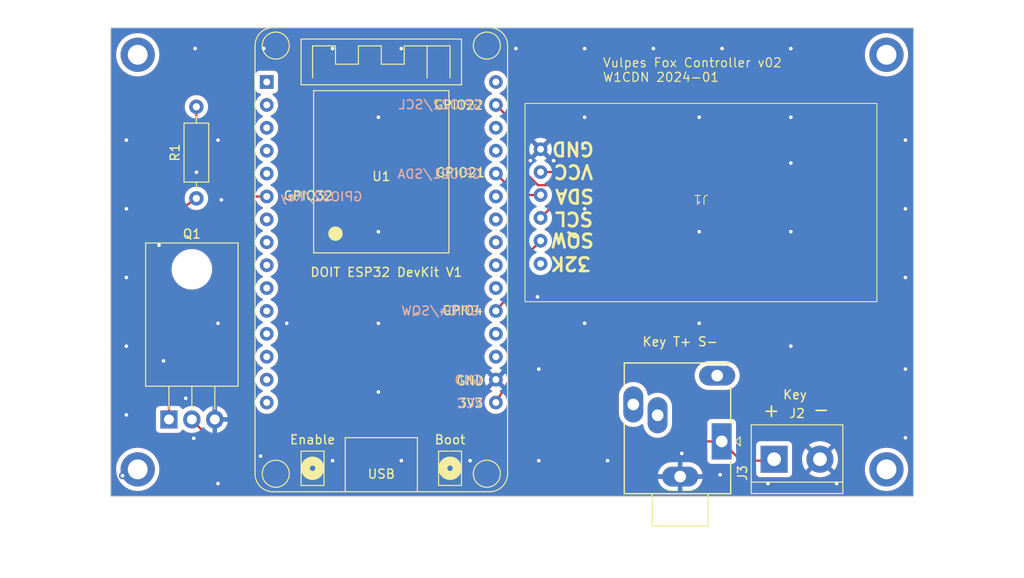
<source format=kicad_pcb>
(kicad_pcb (version 20221018) (generator pcbnew)

  (general
    (thickness 1.6)
  )

  (paper "A4")
  (layers
    (0 "F.Cu" signal)
    (31 "B.Cu" signal)
    (32 "B.Adhes" user "B.Adhesive")
    (33 "F.Adhes" user "F.Adhesive")
    (34 "B.Paste" user)
    (35 "F.Paste" user)
    (36 "B.SilkS" user "B.Silkscreen")
    (37 "F.SilkS" user "F.Silkscreen")
    (38 "B.Mask" user)
    (39 "F.Mask" user)
    (40 "Dwgs.User" user "User.Drawings")
    (41 "Cmts.User" user "User.Comments")
    (42 "Eco1.User" user "User.Eco1")
    (43 "Eco2.User" user "User.Eco2")
    (44 "Edge.Cuts" user)
    (45 "Margin" user)
    (46 "B.CrtYd" user "B.Courtyard")
    (47 "F.CrtYd" user "F.Courtyard")
    (48 "B.Fab" user)
    (49 "F.Fab" user)
    (50 "User.1" user)
    (51 "User.2" user)
    (52 "User.3" user)
    (53 "User.4" user)
    (54 "User.5" user)
    (55 "User.6" user)
    (56 "User.7" user)
    (57 "User.8" user)
    (58 "User.9" user)
  )

  (setup
    (pad_to_mask_clearance 0)
    (pcbplotparams
      (layerselection 0x00010fc_ffffffff)
      (plot_on_all_layers_selection 0x0000000_00000000)
      (disableapertmacros false)
      (usegerberextensions false)
      (usegerberattributes true)
      (usegerberadvancedattributes true)
      (creategerberjobfile true)
      (dashed_line_dash_ratio 12.000000)
      (dashed_line_gap_ratio 3.000000)
      (svgprecision 4)
      (plotframeref false)
      (viasonmask false)
      (mode 1)
      (useauxorigin false)
      (hpglpennumber 1)
      (hpglpenspeed 20)
      (hpglpendiameter 15.000000)
      (dxfpolygonmode true)
      (dxfimperialunits true)
      (dxfusepcbnewfont true)
      (psnegative false)
      (psa4output false)
      (plotreference true)
      (plotvalue true)
      (plotinvisibletext false)
      (sketchpadsonfab false)
      (subtractmaskfromsilk false)
      (outputformat 1)
      (mirror false)
      (drillshape 1)
      (scaleselection 1)
      (outputdirectory "")
    )
  )

  (net 0 "")
  (net 1 "GND")
  (net 2 "/VCC")
  (net 3 "/SDA")
  (net 4 "/SCL")
  (net 5 "/SQW")
  (net 6 "/32K")
  (net 7 "Net-(J2-Pin_1)")
  (net 8 "unconnected-(J3-PadR)")
  (net 9 "Net-(Q1-B)")
  (net 10 "Net-(U1-IO32)")
  (net 11 "unconnected-(U1-EN-Pad1)")
  (net 12 "unconnected-(U1-SENSOR_VP-Pad2)")
  (net 13 "unconnected-(U1-SENSOR_VN-Pad3)")
  (net 14 "unconnected-(U1-IO34-Pad4)")
  (net 15 "unconnected-(U1-IO35-Pad5)")
  (net 16 "unconnected-(U1-IO25-Pad8)")
  (net 17 "unconnected-(U1-IO26-Pad9)")
  (net 18 "unconnected-(U1-IO27-Pad10)")
  (net 19 "unconnected-(U1-IO14-Pad11)")
  (net 20 "unconnected-(U1-IO12-Pad12)")
  (net 21 "unconnected-(U1-IO13-Pad13)")
  (net 22 "unconnected-(U1-GND-Pad14)")
  (net 23 "unconnected-(U1-IO2-Pad19)")
  (net 24 "unconnected-(U1-IO16-Pad21)")
  (net 25 "unconnected-(U1-IO17-Pad22)")
  (net 26 "unconnected-(U1-IO5-Pad23)")
  (net 27 "unconnected-(U1-IO18-Pad24)")
  (net 28 "unconnected-(U1-IO19-Pad25)")
  (net 29 "unconnected-(U1-RXD0{slash}IO3-Pad27)")
  (net 30 "unconnected-(U1-TXD0{slash}IO1-Pad28)")
  (net 31 "unconnected-(U1-IO23-Pad30)")
  (net 32 "unconnected-(U1-IO15-Pad18)")
  (net 33 "unconnected-(U1-IO33-Pad7)")
  (net 34 "unconnected-(U1-VIN-Pad15)")

  (footprint "MountingHole:MountingHole_2.2mm_M2_ISO14580_Pad" (layer "F.Cu") (at 166 93))

  (footprint "MountingHole:MountingHole_2.2mm_M2_ISO14580_Pad" (layer "F.Cu") (at 166 47))

  (footprint "MountingHole:MountingHole_2.2mm_M2_ISO14580_Pad" (layer "F.Cu") (at 83 47))

  (footprint "Connector_Audio:Jack_3.5mm_Ledino_KB3SPRS_Horizontal" (layer "F.Cu") (at 147.731503 89.898812 90))

  (footprint "Package_TO_SOT_THT:TO-220-3_Horizontal_TabDown" (layer "F.Cu") (at 86.46 87.463845))

  (footprint "Resistor_THT:R_Axial_DIN0207_L6.3mm_D2.5mm_P10.16mm_Horizontal" (layer "F.Cu") (at 89.5 62.933845 90))

  (footprint "esp32_devkit_v1_doit:esp32_devkit_v1_doit" (layer "F.Cu") (at 110 50.023845))

  (footprint "MountingHole:MountingHole_2.2mm_M2_ISO14580_Pad" (layer "F.Cu") (at 83 93))

  (footprint "TerminalBlock:TerminalBlock_bornier-2_P5.08mm" (layer "F.Cu") (at 153.544875 91.873488))

  (footprint "MBK_Library:DS3231_breakout" (layer "F.Cu") (at 145.435384 62.55868 180))

  (gr_line (start 166 41) (end 166 103)
    (stroke (width 0.15) (type default)) (layer "Dwgs.User") (tstamp 14c660d7-f4b5-4e81-91f1-f2060586998f))
  (gr_line (start 83 41) (end 83 105)
    (stroke (width 0.15) (type default)) (layer "Dwgs.User") (tstamp 33f9a054-ac18-4004-8aa0-c21533562635))
  (gr_line (start 174 93) (end 72 93)
    (stroke (width 0.15) (type default)) (layer "Dwgs.User") (tstamp bc118a05-193f-45dd-8bbf-97c629aa7243))
  (gr_line (start 174 47) (end 74 47)
    (stroke (width 0.15) (type default)) (layer "Dwgs.User") (tstamp d6b3a526-8d3e-45e7-940b-d4532bf138ff))
  (gr_rect (start 80 44) (end 169 96)
    (stroke (width 0.1) (type default)) (fill none) (layer "Edge.Cuts") (tstamp a298f9e4-9785-4e64-be68-095ff80fbe3d))
  (gr_text "GPIO4/SQW" (at 121 76) (layer "B.SilkS") (tstamp 0e4f80f4-eadd-4e26-b58b-0f002cec646e)
    (effects (font (size 1 1) (thickness 0.15)) (justify left bottom mirror))
  )
  (gr_text "GPIO21/SDA" (at 121.192411 60.822432) (layer "B.SilkS") (tstamp 1feb9346-066e-4d3e-ad2c-0d7035885874)
    (effects (font (size 1 1) (thickness 0.15)) (justify left bottom mirror))
  )
  (gr_text "GPIO32/Key" (at 108 63.331574) (layer "B.SilkS") (tstamp 257f2489-589e-40b3-9565-d1a7b4dac589)
    (effects (font (size 1 1) (thickness 0.15)) (justify left bottom mirror))
  )
  (gr_text "GND" (at 121.271559 83.665826) (layer "B.SilkS") (tstamp 32e2272a-8644-4a20-96f4-a31586d9470d)
    (effects (font (size 1 1) (thickness 0.15)) (justify left bottom mirror))
  )
  (gr_text "VCC" (at 121.313302 86.278096) (layer "B.SilkS") (tstamp 6ba02274-4d78-420c-8160-77cb051b94dd)
    (effects (font (size 1 1) (thickness 0.15)) (justify left bottom mirror))
  )
  (gr_text "GPIO22/SCL" (at 121.228478 53.121367) (layer "B.SilkS") (tstamp af36eec2-8fbb-4d2f-8cd1-251e98b47d0c)
    (effects (font (size 1 1) (thickness 0.15)) (justify left bottom mirror))
  )
  (gr_text "GPIO21" (at 115.962778 60.666099) (layer "F.SilkS") (tstamp 084cf2f4-3ced-4753-be14-200821b41b7a)
    (effects (font (size 1 1) (thickness 0.15)) (justify left bottom))
  )
  (gr_text "GND" (at 118.233301 83.766212) (layer "F.SilkS") (tstamp 3fde1611-f482-46e6-9391-5d7806372b98)
    (effects (font (size 1 1) (thickness 0.15)) (justify left bottom))
  )
  (gr_text "Vulpes Fox Controller v02\nW1CDN 2024-01" (at 134.496687 50.076298) (layer "F.SilkS") (tstamp 41bb61ca-8bb4-4294-b771-754ec16ff9e6)
    (effects (font (size 1 1) (thickness 0.125)) (justify left bottom))
  )
  (gr_text "GPIO22" (at 115.765341 53.163498) (layer "F.SilkS") (tstamp 43d25d6d-ee26-4212-91af-3dd7115e59c4)
    (effects (font (size 1 1) (thickness 0.15)) (justify left bottom))
  )
  (gr_text "DOIT ESP32 DevKit V1" (at 102.06 71.713845) (layer "F.SilkS") (tstamp 49cf2241-7e28-4125-8ede-d12f82bfbef2)
    (effects (font (size 1 1) (thickness 0.15)) (justify left bottom))
  )
  (gr_text "GPIO32" (at 99.081926 63.232778) (layer "F.SilkS") (tstamp 938571e8-2d40-4147-a995-8cc8a358ad1c)
    (effects (font (size 1 1) (thickness 0.15)) (justify left bottom))
  )
  (gr_text "3V3" (at 118.430738 86.234172) (layer "F.SilkS") (tstamp a035fc5e-4957-4621-b5b9-fb5b5957ccb4)
    (effects (font (size 1 1) (thickness 0.15)) (justify left bottom))
  )
  (gr_text "+" (at 152.192442 87.320075) (layer "F.SilkS") (tstamp a0edab70-25c3-4b4a-b8c8-b767adf07573)
    (effects (font (size 1.5 1.5) (thickness 0.1875)) (justify left bottom))
  )
  (gr_text "GPIO4" (at 116.653807 75.967455) (layer "F.SilkS") (tstamp b60710a6-f7c0-4b53-a12f-7344585c5706)
    (effects (font (size 1 1) (thickness 0.15)) (justify left bottom))
  )
  (gr_text "-" (at 157.720674 87.221357) (layer "F.SilkS") (tstamp df73f384-149d-4e16-81c4-63f5fb102b20)
    (effects (font (size 1.5 1.5) (thickness 0.1875)) (justify left bottom))
  )
  (gr_text "Key T+ S-" (at 138.865454 79.422601) (layer "F.SilkS") (tstamp e75a0b8e-65d2-4365-9566-54dd186aec7c)
    (effects (font (size 1 1) (thickness 0.15)) (justify left bottom))
  )
  (gr_text "Key" (at 154.448118 85.304826) (layer "F.SilkS") (tstamp ef8e2183-8d67-44ff-9f22-eee308e70df4)
    (effects (font (size 1 1) (thickness 0.15)) (justify left bottom))
  )

  (via (at 155.4 53.933845) (size 0.8) (drill 0.4) (layers "F.Cu" "B.Cu") (free) (net 1) (tstamp 08831c7e-ed84-436e-896f-8e69eb273ba4))
  (via (at 91.9 94.573845) (size 0.8) (drill 0.4) (layers "F.Cu" "B.Cu") (free) (net 1) (tstamp 0bdab844-2c28-43f4-a7f4-1e015cfbd943))
  (via (at 124.92 46.313845) (size 0.8) (drill 0.4) (layers "F.Cu" "B.Cu") (free) (net 1) (tstamp 103d7af5-d728-4d7e-a693-f34ad7148d10))
  (via (at 81.74 64.093845) (size 0.8) (drill 0.4) (layers "F.Cu" "B.Cu") (free) (net 1) (tstamp 1ab0c749-d7d6-45c8-8a00-3a47a72b1d50))
  (via (at 143.310991 91.230731) (size 0.8) (drill 0.4) (layers "F.Cu" "B.Cu") (free) (net 1) (tstamp 2a7ea5db-c44a-4681-93e0-1f199fe87744))
  (via (at 126.528858 58.752367) (size 0.8) (drill 0.4) (layers "F.Cu" "B.Cu") (free) (net 1) (tstamp 30889147-060d-405b-9f5d-0481e8c0251f))
  (via (at 168.1 56.473845) (size 0.8) (drill 0.4) (layers "F.Cu" "B.Cu") (free) (net 1) (tstamp 38daf653-1d76-4456-b359-257e9770eddf))
  (via (at 112.22 92.033845) (size 0.8) (drill 0.4) (layers "F.Cu" "B.Cu") (free) (net 1) (tstamp 3d2e15eb-6cf3-4a3f-a5fd-9fdcfb0c14d4))
  (via (at 135.08 92.033845) (size 0.8) (drill 0.4) (layers "F.Cu" "B.Cu") (free) (net 1) (tstamp 3d3f3dc9-4bd8-4d12-bbe0-9d2ca409928a))
  (via (at 85.856864 80.964014) (size 0.8) (drill 0.4) (layers "F.Cu" "B.Cu") (free) (net 1) (tstamp 3ef4223b-f971-4cb7-81ff-6ad161cecb07))
  (via (at 145.24 66.633845) (size 0.8) (drill 0.4) (layers "F.Cu" "B.Cu") (free) (net 1) (tstamp 3f13a870-6d39-47b3-a5a0-122f1aa2a6df))
  (via (at 109.68 53.933845) (size 0.8) (drill 0.4) (layers "F.Cu" "B.Cu") (free) (net 1) (tstamp 44aa70a1-f4a1-40ce-b47e-e2d2a39ed1af))
  (via (at 119.84 92.033845) (size 0.8) (drill 0.4) (layers "F.Cu" "B.Cu") (free) (net 1) (tstamp 46bbb7ac-79a0-427f-a3f3-6da35b01e21f))
  (via (at 160.48 94.573845) (size 0.8) (drill 0.4) (layers "F.Cu" "B.Cu") (free) (net 1) (tstamp 49385be3-1f18-41fa-9987-95cd1139f9d0))
  (via (at 145.24 76.793845) (size 0.8) (drill 0.4) (layers "F.Cu" "B.Cu") (free) (net 1) (tstamp 4b6c8722-95bf-4e0e-8972-b73eb4dc87eb))
  (via (at 109.68 76.793845) (size 0.8) (drill 0.4) (layers "F.Cu" "B.Cu") (free) (net 1) (tstamp 4bc11cd1-bab7-4ce3-97bc-cc9c73ee5a7e))
  (via (at 89.36 46.313845) (size 0.8) (drill 0.4) (layers "F.Cu" "B.Cu") (free) (net 1) (tstamp 4c7324c6-da0b-4569-ab8c-3b075143663d))
  (via (at 127.46 81.873845) (size 0.8) (drill 0.4) (layers "F.Cu" "B.Cu") (free) (net 1) (tstamp 4c884fa4-0212-435e-9863-38488a565d69))
  (via (at 81.74 56.473845) (size 0.8) (drill 0.4) (layers "F.Cu" "B.Cu") (free) (net 1) (tstamp 4ffbdeca-14e5-4fa5-b7a1-e62fc51fc79a))
  (via (at 109.68 66.633845) (size 0.8) (drill 0.4) (layers "F.Cu" "B.Cu") (free) (net 1) (tstamp 5a1c1c6a-cd60-455c-b1bd-109028378639))
  (via (at 89.509446 60.035706) (size 0.8) (drill 0.4) (layers "F.Cu" "B.Cu") (free) (net 1) (tstamp 5ca63586-8cd3-4450-b4fb-7ff54c6a166e))
  (via (at 109.68 84.413845) (size 0.8) (drill 0.4) (layers "F.Cu" "B.Cu") (free) (net 1) (tstamp 5dd76bbe-4e09-4159-846f-a578c1e429d7))
  (via (at 145.24 53.933845) (size 0.8) (drill 0.4) (layers "F.Cu" "B.Cu") (free) (net 1) (tstamp 5dfa3520-1a9b-4d8d-9a5d-9725cdd4c67e))
  (via (at 81.74 86.953845) (size 0.8) (drill 0.4) (layers "F.Cu" "B.Cu") (free) (net 1) (tstamp 6bd61301-3a6c-4257-91ae-46b61f9dc7df))
  (via (at 88.324825 85.110188) (size 0.8) (drill 0.4) (layers "F.Cu" "B.Cu") (free) (net 1) (tstamp 6dd1dca9-c968-4ead-bf95-4f9a9b33f25d))
  (via (at 129.095537 58.752367) (size 0.8) (drill 0.4) (layers "F.Cu" "B.Cu") (free) (net 1) (tstamp 79a19426-108f-497a-92fa-41e776c48cf6))
  (via (at 152.86 94.573845) (size 0.8) (drill 0.4) (layers "F.Cu" "B.Cu") (free) (net 1) (tstamp 7b5849df-3105-43d1-9614-94cfceafa98c))
  (via (at 81.74 79.333845) (size 0.8) (drill 0.4) (layers "F.Cu" "B.Cu") (free) (net 1) (tstamp 7d8f7c8d-91b8-4e7b-991a-2deda2d39edb))
  (via (at 132.54 46.313845) (size 0.8) (drill 0.4) (layers "F.Cu" "B.Cu") (free) (net 1) (tstamp 7da2df10-9c4e-4c70-89dc-8b7df48b3306))
  (via (at 99.52 76.793845) (size 0.8) (drill 0.4) (layers "F.Cu" "B.Cu") (free) (net 1) (tstamp 839dc9c7-605c-4d6f-8702-5fd873c4a172))
  (via (at 155.4 79.333845) (size 0.8) (drill 0.4) (layers "F.Cu" "B.Cu") (free) (net 1) (tstamp 886e2a6a-89d9-4da8-a273-74b17306be49))
  (via (at 127.318605 73.856287) (size 0.8) (drill 0.4) (layers "F.Cu" "B.Cu") (free) (net 1) (tstamp 8e3428b1-ade0-415c-b396-2b3e01fe2cbc))
  (via (at 168.1 89.493845) (size 0.8) (drill 0.4) (layers "F.Cu" "B.Cu") (free) (net 1) (tstamp 91fd978e-f725-421a-855e-7e96baab9aa7))
  (via (at 132.54 53.933845) (size 0.8) (drill 0.4) (layers "F.Cu" "B.Cu") (free) (net 1) (tstamp 9745fb60-e62a-40e0-8c8b-e44dae1f88c3))
  (via (at 81.74 71.713845) (size 0.8) (drill 0.4) (layers "F.Cu" "B.Cu") (free) (net 1) (tstamp 993cb14d-368a-4ccc-ac44-fa62a676ac1d))
  (via (at 147.555883 93.599973) (size 0.8) (drill 0.4) (layers "F.Cu" "B.Cu") (free) (net 1) (tstamp 9ad2ff37-c749-44f0-acd9-4055efc5b84d))
  (via (at 92.273562 63.095978) (size 0.8) (drill 0.4) (layers "F.Cu" "B.Cu") (free) (net 1) (tstamp 9c937700-8d64-40cf-a20b-5f75f7e47822))
  (via (at 140.16 46.313845) (size 0.8) (drill 0.4) (layers "F.Cu" "B.Cu") (free) (net 1) (tstamp ad9861b4-b34d-48d0-91d1-a85cb2ea5ffa))
  (via (at 127.46 92.033845) (size 0.8) (drill 0.4) (layers "F.Cu" "B.Cu") (free) (net 1) (tstamp c1cab77f-4ae4-45c8-b974-8bc7016f6bed))
  (via (at 155.4 66.633845) (size 0.8) (drill 0.4) (layers "F.Cu" "B.Cu") (free) (net 1) (tstamp c35cfdb3-392b-4d91-84e4-65c05a773d79))
  (via (at 91.9 56.473845) (size 0.8) (drill 0.4) (layers "F.Cu" "B.Cu") (free) (net 1) (tstamp c44b98a2-36f4-41e3-8025-dca23b7eaafa))
  (via (at 81.315816 93.698692) (size 0.8) (drill 0.4) (layers "F.Cu" "B.Cu") (free) (net 1) (tstamp ce819875-098c-4ebc-a0ad-658ee988c4a6))
  (via (at 91.9 76.793845) (size 0.8) (drill 0.4) (layers "F.Cu" "B.Cu") (free) (net 1) (tstamp d3848aad-bae9-49c8-9ad1-d836865dca9d))
  (via (at 89.21329 89.552517) (size 0.8) (drill 0.4) (layers "F.Cu" "B.Cu") (free) (net 1) (tstamp d39eceaf-585f-4609-a371-a4e8c9d4bd2a))
  (via (at 168.1 71.713845) (size 0.8) (drill 0.4) (layers "F.Cu" "B.Cu") (free) (net 1) (tstamp d7eb3f90-3477-4939-a086-f25ee2280eae))
  (via (at 104.6 46.313845) (size 0.8) (drill 0.4) (layers "F.Cu" "B.Cu") (free) (net 1) (tstamp d96d5070-64ff-48b5-a182-378b17f83bbd))
  (via (at 85.363272 68.130618) (size 0.8) (drill 0.4) (layers "F.Cu" "B.Cu") (free) (net 1) (tstamp dba8208b-357c-44ff-a2cc-431c9245de40))
  (via (at 96.617173 91.526886) (size 0.8) (drill 0.4) (layers "F.Cu" "B.Cu") (free) (net 1) (tstamp dc2f01ef-d155-4778-b998-b8cfdfac3ce9))
  (via (at 168.1 64.093845) (size 0.8) (drill 0.4) (layers "F.Cu" "B.Cu") (free) (net 1) (tstamp e3a95104-c967-4d37-955f-0ba946395d40))
  (via (at 155.4 46.313845) (size 0.8) (drill 0.4) (layers "F.Cu" "B.Cu") (free) (net 1) (tstamp e6a71487-61dd-4646-a48e-4b2bbc838adc))
  (via (at 132.54 76.793845) (size 0.8) (drill 0.4) (layers "F.Cu" "B.Cu") (free) (net 1) (tstamp e723c9e0-f9a0-4c8b-9f14-30b768378ed6))
  (via (at 104.6 92.033845) (size 0.8) (drill 0.4) (layers "F.Cu" "B.Cu") (free) (net 1) (tstamp e970f25b-8f4a-4ff9-bd09-896a9d429202))
  (via (at 96.98 46.313845) (size 0.8) (drill 0.4) (layers "F.Cu" "B.Cu") (free) (net 1) (tstamp ed1b6ae6-7316-4423-9939-d528ad14616d))
  (via (at 168.1 81.873845) (size 0.8) (drill 0.4) (layers "F.Cu" "B.Cu") (free) (net 1) (tstamp f4868f45-b6ab-4519-8308-a7f46c761629))
  (via (at 132.54 64.093845) (size 0.8) (drill 0.4) (layers "F.Cu" "B.Cu") (free) (net 1) (tstamp f4e3f4b7-02e7-4d33-94ed-a2666dca7f59))
  (via (at 147.78 46.313845) (size 0.8) (drill 0.4) (layers "F.Cu" "B.Cu") (free) (net 1) (tstamp f8904415-25f6-4cfb-bbe9-93d3394b9e61))
  (via (at 112.22 46.313845) (size 0.8) (drill 0.4) (layers "F.Cu" "B.Cu") (free) (net 1) (tstamp fcf56db3-7684-4077-b058-d9ae6ddd90cd))
  (via (at 155.4 59.013845) (size 0.8) (drill 0.4) (layers "F.Cu" "B.Cu") (free) (net 1) (tstamp fdffb5ad-19aa-4139-a88b-bd9c77c5e8b1))
  (segment (start 124.92 81.873845) (end 122.7 85.583845) (width 0.25) (layer "F.Cu") (net 2) (tstamp 0c1fb345-cfef-4fdf-85f8-1ffc56782321))
  (segment (start 124.92 74.253845) (end 127.46 71.713845) (width 0.25) (layer "F.Cu") (net 2) (tstamp 4c3c0658-84ed-4e37-b2f9-6c1379d1b7bc))
  (segment (start 124.92 81.873845) (end 124.92 74.253845) (width 0.25) (layer "F.Cu") (net 2) (tstamp 51a6d536-7bd7-4e6d-87a3-7b067fa06050))
  (segment (start 127.655384 60.01868) (end 131.004835 60.01868) (width 0.25) (layer "F.Cu") (net 2) (tstamp b01adb7e-0042-446c-ba51-5c58ce7968e6))
  (segment (start 130 71.713845) (end 131.004835 70.70901) (width 0.25) (layer "F.Cu") (net 2) (tstamp b0239ff1-c100-4b70-8118-a2cc591d6918))
  (segment (start 127.46 71.713845) (end 130 71.713845) (width 0.25) (layer "F.Cu") (net 2) (tstamp c22ffdc4-7733-43c1-ba33-d44765d61d0b))
  (segment (start 131.004835 70.70901) (end 131.004835 60.01868) (width 0.25) (layer "F.Cu") (net 2) (tstamp c390c657-0c19-4328-9515-41b7cebc8f5c))
  (segment (start 125.074835 62.55868) (end 122.7 60.183845) (width 0.25) (layer "F.Cu") (net 3) (tstamp 28a72257-21ca-4670-b467-571ba91cc4ab))
  (segment (start 127.655384 62.55868) (end 125.074835 62.55868) (width 0.25) (layer "F.Cu") (net 3) (tstamp 5474f9b3-a719-4590-a270-de59ac0cff05))
  (segment (start 127.655384 65.09868) (end 130 62.754064) (width 0.25) (layer "F.Cu") (net 4) (tstamp 058d0134-b6e4-4a6a-aac3-42af8a874c92))
  (segment (start 127.377835 61.47168) (end 124.92 59.013845) (width 0.25) (layer "F.Cu") (net 4) (tstamp 09bd2771-38d3-4dd9-8736-bce0daa80b37))
  (segment (start 122.7 53.251096) (end 122.7 52.563845) (width 0.25) (layer "F.Cu") (net 4) (tstamp 38b230f3-f748-4b5d-9546-57a0356a4393))
  (segment (start 130 62.754064) (end 130 61.553845) (width 0.25) (layer "F.Cu") (net 4) (tstamp 48a46d21-13b5-44fa-bce6-2aa89636b0c1))
  (segment (start 123.35 52.563845) (end 122.7 52.563845) (width 0.25) (layer "F.Cu") (net 4) (tstamp 4c526ddf-ba29-4945-b051-168b16fc0a95))
  (segment (start 124.92 59.013845) (end 124.92 54.783845) (width 0.25) (layer "F.Cu") (net 4) (tstamp 60140243-c0f7-45c8-b417-cdbae04aa117))
  (segment (start 124.92 54.783845) (end 122.7 52.563845) (width 0.25) (layer "F.Cu") (net 4) (tstamp 76075523-926d-484a-a5d0-1c5af701e91c))
  (segment (start 130 61.553845) (end 129.917835 61.47168) (width 0.25) (layer "F.Cu") (net 4) (tstamp 9d611b67-8800-4064-8be8-d1ab477246f8))
  (segment (start 129.917835 61.47168) (end 127.377835 61.47168) (width 0.25) (layer "F.Cu") (net 4) (tstamp f0876ee7-c4e1-4c5b-ba21-a890c79219ac))
  (segment (start 127.655384 67.63868) (end 125 70.294064) (width 0.25) (layer "F.Cu") (net 5) (tstamp 102049d3-9f3d-488c-ae03-bcda401a956b))
  (segment (start 125 72.733845) (end 122.7 75.423845) (width 0.25) (layer "F.Cu") (net 5) (tstamp 9516576e-3395-4f50-908b-683bb2e3d49e))
  (segment (start 125 70.294064) (end 125 72.733845) (width 0.25) (layer "F.Cu") (net 5) (tstamp e879004b-6f77-4fc1-beda-48a7ee466c94))
  (segment (start 147.731503 89.898812) (end 142.295033 89.898812) (width 0.25) (layer "F.Cu") (net 7) (tstamp 5c12157b-0102-4463-9fa4-0d228d5e0cdd))
  (segment (start 96.0625 94.573845) (end 89 87.511345) (width 0.25) (layer "F.Cu") (net 7) (tstamp 6659bd78-e0cd-4c62-9fc8-cbbbdc01e9a4))
  (segment (start 142.295033 89.898812) (end 137.62 94.573845) (width 0.25) (layer "F.Cu") (net 7) (tstamp 67637c87-1f47-4b56-ae27-a54bc5a08a73))
  (segment (start 137.62 94.573845) (end 96.0625 94.573845) (width 0.25) (layer "F.Cu") (net 7) (tstamp 96ef5ab6-b952-4fa3-b132-462a614d0486))
  (segment (start 152.86 92.033845) (end 149.866536 92.033845) (width 0.25) (layer "F.Cu") (net 7) (tstamp b9a04b07-b435-4ac7-af92-1fadd8e962a3))
  (segment (start 149.866536 92.033845) (end 147.731503 89.898812) (width 0.25) (layer "F.Cu") (net 7) (tstamp c0576f29-801c-44f2-9ce6-320019a4805a))
  (segment (start 89 87.511345) (end 89 87.463845) (width 0.25) (layer "F.Cu") (net 7) (tstamp ff069ecb-86fe-4b7a-a908-b0794e5f6266))
  (segment (start 84.28 81.873845) (end 86.46 84.053845) (width 0.25) (layer "F.Cu") (net 9) (tstamp 06698ad3-3d2f-49c9-8aeb-8f543b4add13))
  (segment (start 84.28 66.633845) (end 89.5 62.933845) (width 0.25) (layer "F.Cu") (net 9) (tstamp 60d856de-c87a-41ba-be22-080201e28548))
  (segment (start 84.28 81.873845) (end 84.28 66.633845) (width 0.25) (layer "F.Cu") (net 9) (tstamp 7c3616bc-700b-40b5-895c-c18e7492c76d))
  (segment (start 86.46 84.053845) (end 86.46 87.463845) (width 0.25) (layer "F.Cu") (net 9) (tstamp 8ffafe83-0f90-400b-8a5c-726483152b06))
  (segment (start 95 62.733845) (end 97.3 62.723845) (width 0.25) (layer "F.Cu") (net 10) (tstamp 102992c5-d376-4324-9673-a42a64e61bbe))
  (segment (start 89.5 57.233845) (end 89.5 52.773845) (width 0.25) (layer "F.Cu") (net 10) (tstamp 1a6731e6-6998-45fe-8722-c3f779bb0b49))
  (segment (start 95 62.733845) (end 89.5 57.233845) (width 0.25) (layer "F.Cu") (net 10) (tstamp 88d015c2-f217-4e18-84f8-6ce8f6ff1f08))

  (zone (net 1) (net_name "GND") (layers "F&B.Cu") (tstamp 1d0d41e5-42ca-4b7e-82f3-00ff29c868a9) (hatch edge 0.5)
    (connect_pads (clearance 0.5))
    (min_thickness 0.25) (filled_areas_thickness no)
    (fill yes (thermal_gap 0.5) (thermal_bridge_width 0.5))
    (polygon
      (pts
        (xy 76.24 41.673845)
        (xy 173.06 41.673845)
        (xy 173.06 101.573845)
        (xy 76.24 101.573845)
      )
    )
    (filled_polygon
      (layer "F.Cu")
      (pts
        (xy 124.263675 74.775504)
        (xy 124.293119 74.838867)
        (xy 124.2945 74.857323)
        (xy 124.2945 81.666725)
        (xy 124.276905 81.730396)
        (xy 123.934637 82.302381)
        (xy 123.883322 82.3498)
        (xy 123.814517 82.361949)
        (xy 123.781898 82.348294)
        (xy 123.75174 82.345656)
        (xy 123.084903 83.012493)
        (xy 123.084949 83.011947)
        (xy 123.053734 82.888683)
        (xy 122.984187 82.782233)
        (xy 122.883843 82.704132)
        (xy 122.763578 82.662845)
        (xy 122.727447 82.662845)
        (xy 123.398187 81.992103)
        (xy 123.333409 81.946745)
        (xy 123.333407 81.946744)
        (xy 123.204219 81.886503)
        (xy 123.151779 81.840331)
        (xy 123.132627 81.773138)
        (xy 123.152843 81.706256)
        (xy 123.204219 81.661739)
        (xy 123.218332 81.655158)
        (xy 123.333662 81.601379)
        (xy 123.51462 81.474671)
        (xy 123.670826 81.318465)
        (xy 123.797534 81.137507)
        (xy 123.890894 80.937295)
        (xy 123.94807 80.723913)
        (xy 123.967323 80.503845)
        (xy 123.94807 80.283777)
        (xy 123.890894 80.070395)
        (xy 123.797534 79.870184)
        (xy 123.670826 79.689225)
        (xy 123.51462 79.533019)
        (xy 123.514616 79.533016)
        (xy 123.514615 79.533015)
        (xy 123.333666 79.406313)
        (xy 123.333658 79.406309)
        (xy 123.204811 79.346227)
        (xy 123.152371 79.300055)
        (xy 123.133219 79.232862)
        (xy 123.153435 79.16598)
        (xy 123.204811 79.121463)
        (xy 123.210802 79.118669)
        (xy 123.333662 79.061379)
        (xy 123.51462 78.934671)
        (xy 123.670826 78.778465)
        (xy 123.797534 78.597507)
        (xy 123.890894 78.397295)
        (xy 123.94807 78.183913)
        (xy 123.967323 77.963845)
        (xy 123.94807 77.743777)
        (xy 123.890894 77.530395)
        (xy 123.797534 77.330184)
        (xy 123.670826 77.149225)
        (xy 123.51462 76.993019)
        (xy 123.514616 76.993016)
        (xy 123.514615 76.993015)
        (xy 123.333666 76.866313)
        (xy 123.333658 76.866309)
        (xy 123.204811 76.806227)
        (xy 123.152371 76.760055)
        (xy 123.133219 76.692862)
        (xy 123.153435 76.62598)
        (xy 123.204811 76.581463)
        (xy 123.210802 76.578669)
        (xy 123.333662 76.521379)
        (xy 123.51462 76.394671)
        (xy 123.670826 76.238465)
        (xy 123.797534 76.057507)
        (xy 123.890894 75.857295)
        (xy 123.94807 75.643913)
        (xy 123.967323 75.423845)
        (xy 123.94807 75.203777)
        (xy 123.908429 75.055837)
        (xy 123.910092 74.98599)
        (xy 123.933958 74.943163)
        (xy 124.076254 74.77674)
        (xy 124.134781 74.738579)
        (xy 124.20465 74.738118)
      )
    )
    (filled_polygon
      (layer "F.Cu")
      (pts
        (xy 168.982539 44.020185)
        (xy 169.028294 44.072989)
        (xy 169.0395 44.1245)
        (xy 169.0395 95.8755)
        (xy 169.019815 95.942539)
        (xy 168.967011 95.988294)
        (xy 168.9155 95.9995)
        (xy 80.1245 95.9995)
        (xy 80.057461 95.979815)
        (xy 80.011706 95.927011)
        (xy 80.0005 95.8755)
        (xy 80.0005 93.000005)
        (xy 80.594754 93.000005)
        (xy 80.613718 93.301446)
        (xy 80.613719 93.301453)
        (xy 80.617489 93.321217)
        (xy 80.660905 93.548812)
        (xy 80.67032 93.598164)
        (xy 80.763659 93.885431)
        (xy 80.763661 93.885436)
        (xy 80.892265 94.158732)
        (xy 80.892268 94.158738)
        (xy 81.054111 94.413763)
        (xy 81.246652 94.646505)
        (xy 81.466836 94.853272)
        (xy 81.466846 94.85328)
        (xy 81.711193 95.030808)
        (xy 81.711198 95.03081)
        (xy 81.711205 95.030816)
        (xy 81.975896 95.176332)
        (xy 81.975901 95.176334)
        (xy 81.975903 95.176335)
        (xy 81.975904 95.176336)
        (xy 82.256734 95.287524)
        (xy 82.256737 95.287525)
        (xy 82.354259 95.312564)
        (xy 82.549302 95.362642)
        (xy 82.696039 95.381179)
        (xy 82.848963 95.400499)
        (xy 82.848969 95.400499)
        (xy 82.848973 95.4005)
        (xy 82.848975 95.4005)
        (xy 83.151025 95.4005)
        (xy 83.151027 95.4005)
        (xy 83.151032 95.400499)
        (xy 83.151036 95.400499)
        (xy 83.281651 95.383998)
        (xy 83.450698 95.362642)
        (xy 83.743262 95.287525)
        (xy 83.743265 95.287524)
        (xy 84.024095 95.176336)
        (xy 84.024096 95.176335)
        (xy 84.024094 95.176335)
        (xy 84.024104 95.176332)
        (xy 84.288795 95.030816)
        (xy 84.533162 94.853274)
        (xy 84.753349 94.646504)
        (xy 84.945885 94.413768)
        (xy 85.107733 94.158736)
        (xy 85.236341 93.88543)
        (xy 85.329681 93.59816)
        (xy 85.38628 93.301457)
        (xy 85.386281 93.301446)
        (xy 85.405246 93.000005)
        (xy 85.405246 92.999994)
        (xy 85.386281 92.698553)
        (xy 85.38628 92.698546)
        (xy 85.38628 92.698543)
        (xy 85.329681 92.40184)
        (xy 85.236341 92.11457)
        (xy 85.107733 91.841264)
        (xy 85.043861 91.740617)
        (xy 84.945888 91.586236)
        (xy 84.945885 91.586232)
        (xy 84.753349 91.353496)
        (xy 84.533162 91.146726)
        (xy 84.533159 91.146724)
        (xy 84.533153 91.146719)
        (xy 84.288806 90.969191)
        (xy 84.288799 90.969186)
        (xy 84.288795 90.969184)
        (xy 84.024104 90.823668)
        (xy 84.024101 90.823666)
        (xy 84.024096 90.823664)
        (xy 84.024095 90.823663)
        (xy 83.743265 90.712475)
        (xy 83.743262 90.712474)
        (xy 83.450695 90.637357)
        (xy 83.151036 90.5995)
        (xy 83.151027 90.5995)
        (xy 82.848973 90.5995)
        (xy 82.848963 90.5995)
        (xy 82.549304 90.637357)
        (xy 82.256737 90.712474)
        (xy 82.256734 90.712475)
        (xy 81.975904 90.823663)
        (xy 81.975903 90.823664)
        (xy 81.711205 90.969184)
        (xy 81.711193 90.969191)
        (xy 81.466846 91.146719)
        (xy 81.466836 91.146727)
        (xy 81.246652 91.353494)
        (xy 81.054111 91.586236)
        (xy 80.892268 91.841261)
        (xy 80.892265 91.841267)
        (xy 80.763661 92.114563)
        (xy 80.763659 92.114568)
        (xy 80.67032 92.401835)
        (xy 80.613719 92.698546)
        (xy 80.613718 92.698553)
        (xy 80.594754 92.999994)
        (xy 80.594754 93.000005)
        (xy 80.0005 93.000005)
        (xy 80.0005 66.666066)
        (xy 83.650353 66.666066)
        (xy 83.652567 66.678457)
        (xy 83.6545 66.700266)
        (xy 83.6545 81.7911)
        (xy 83.652775 81.806717)
        (xy 83.653061 81.806744)
        (xy 83.652326 81.81451)
        (xy 83.6545 81.883659)
        (xy 83.6545 81.913188)
        (xy 83.654501 81.913205)
        (xy 83.655368 81.920076)
        (xy 83.655826 81.925895)
        (xy 83.65729 81.972469)
        (xy 83.657291 81.972472)
        (xy 83.66288 81.991712)
        (xy 83.666824 82.010756)
        (xy 83.669336 82.030637)
        (xy 83.684689 82.069416)
        (xy 83.68649 82.073964)
        (xy 83.688382 82.079492)
        (xy 83.701381 82.124233)
        (xy 83.71158 82.141479)
        (xy 83.720136 82.158945)
        (xy 83.721053 82.161259)
        (xy 83.727514 82.177577)
        (xy 83.754898 82.215268)
        (xy 83.758106 82.220152)
        (xy 83.781827 82.260261)
        (xy 83.781833 82.260269)
        (xy 83.79599 82.274425)
        (xy 83.808628 82.289221)
        (xy 83.820405 82.305431)
        (xy 83.820406 82.305432)
        (xy 83.856309 82.335133)
        (xy 83.86062 82.339055)
        (xy 85.798182 84.276617)
        (xy 85.831666 84.337938)
        (xy 85.8345 84.364296)
        (xy 85.8345 85.839345)
        (xy 85.814815 85.906384)
        (xy 85.762011 85.952139)
        (xy 85.7105 85.963345)
        (xy 85.45963 85.963345)
        (xy 85.459623 85.963346)
        (xy 85.400016 85.969753)
        (xy 85.265171 86.020047)
        (xy 85.265164 86.020051)
        (xy 85.149955 86.106297)
        (xy 85.149952 86.1063)
        (xy 85.063706 86.221509)
        (xy 85.063702 86.221516)
        (xy 85.013408 86.356362)
        (xy 85.007001 86.415961)
        (xy 85.007 86.41598)
        (xy 85.007 88.511715)
        (xy 85.007001 88.511721)
        (xy 85.013408 88.571328)
        (xy 85.063702 88.706173)
        (xy 85.063706 88.70618)
        (xy 85.149952 88.821389)
        (xy 85.149955 88.821392)
        (xy 85.265164 88.907638)
        (xy 85.265171 88.907642)
        (xy 85.400017 88.957936)
        (xy 85.400016 88.957936)
        (xy 85.406944 88.95868)
        (xy 85.459627 88.964345)
        (xy 87.460372 88.964344)
        (xy 87.519983 88.957936)
        (xy 87.654831 88.907641)
        (xy 87.770046 88.821391)
        (xy 87.856296 88.706176)
        (xy 87.867725 88.675532)
        (xy 87.909594 88.6196)
        (xy 87.975058 88.595181)
        (xy 88.043331 88.610031)
        (xy 88.060069 88.621012)
        (xy 88.202552 88.731911)
        (xy 88.202558 88.731915)
        (xy 88.202561 88.731917)
        (xy 88.367891 88.821389)
        (xy 88.413478 88.84606)
        (xy 88.414336 88.846524)
        (xy 88.532598 88.887123)
        (xy 88.642083 88.92471)
        (xy 88.642085 88.92471)
        (xy 88.642087 88.924711)
        (xy 88.879601 88.964345)
        (xy 88.879602 88.964345)
        (xy 89.120398 88.964345)
        (xy 89.120399 88.964345)
        (xy 89.357913 88.924711)
        (xy 89.411897 88.906177)
        (xy 89.481694 88.903026)
        (xy 89.539841 88.935776)
        (xy 92.610359 92.006295)
        (xy 95.561697 94.957633)
        (xy 95.571522 94.969896)
        (xy 95.571743 94.969714)
        (xy 95.576714 94.975723)
        (xy 95.597543 94.995282)
        (xy 95.627135 95.023071)
        (xy 95.648029 95.043965)
        (xy 95.653511 95.048218)
        (xy 95.657943 95.052002)
        (xy 95.691918 95.083907)
        (xy 95.709476 95.093559)
        (xy 95.725735 95.10424)
        (xy 95.741564 95.116518)
        (xy 95.784338 95.135027)
        (xy 95.789556 95.137583)
        (xy 95.830408 95.160042)
        (xy 95.849816 95.165025)
        (xy 95.868217 95.171325)
        (xy 95.886604 95.179282)
        (xy 95.929988 95.186153)
        (xy 95.932619 95.18657)
        (xy 95.938339 95.187754)
        (xy 95.983481 95.199345)
        (xy 96.003516 95.199345)
        (xy 96.022914 95.200871)
        (xy 96.042694 95.204004)
        (xy 96.042695 95.204005)
        (xy 96.042695 95.204004)
        (xy 96.042696 95.204005)
        (xy 96.089083 95.19962)
        (xy 96.094922 95.199345)
        (xy 137.537257 95.199345)
        (xy 137.552877 95.201069)
        (xy 137.552904 95.200784)
        (xy 137.56066 95.201516)
        (xy 137.560667 95.201518)
        (xy 137.629814 95.199345)
        (xy 137.65935 95.199345)
        (xy 137.666228 95.198475)
        (xy 137.672041 95.198017)
        (xy 137.718627 95.196554)
        (xy 137.737869 95.190962)
        (xy 137.756912 95.187019)
        (xy 137.776792 95.184509)
        (xy 137.820122 95.167352)
        (xy 137.825646 95.165462)
        (xy 137.829396 95.164372)
        (xy 137.87039 95.152463)
        (xy 137.887629 95.142267)
        (xy 137.905103 95.133707)
        (xy 137.923727 95.126333)
        (xy 137.923727 95.126332)
        (xy 137.923732 95.126331)
        (xy 137.961449 95.098927)
        (xy 137.966305 95.095737)
        (xy 138.00642 95.072015)
        (xy 138.020589 95.057844)
        (xy 138.035379 95.045213)
        (xy 138.051587 95.033439)
        (xy 138.081299 94.997521)
        (xy 138.085212 94.993221)
        (xy 139.029621 94.048812)
        (xy 140.646231 94.048812)
        (xy 140.646314 94.049879)
        (xy 140.705106 94.294768)
        (xy 140.801483 94.527443)
        (xy 140.933071 94.742174)
        (xy 140.933074 94.742179)
        (xy 141.096633 94.933681)
        (xy 141.288135 95.09724)
        (xy 141.28814 95.097243)
        (xy 141.502871 95.228831)
        (xy 141.735546 95.325208)
        (xy 141.98043 95.383998)
        (xy 142.168631 95.398812)
        (xy 142.881503 95.398812)
        (xy 142.881503 94.403122)
        (xy 142.89032 94.40797)
        (xy 143.049389 94.448812)
        (xy 143.172397 94.448812)
        (xy 143.294436 94.433395)
        (xy 143.381503 94.398922)
        (xy 143.381503 95.398812)
        (xy 144.094375 95.398812)
        (xy 144.282575 95.383998)
        (xy 144.527459 95.325208)
        (xy 144.760134 95.228831)
        (xy 144.974865 95.097243)
        (xy 144.97487 95.09724)
        (xy 145.166372 94.933681)
        (xy 145.329931 94.742179)
        (xy 145.329934 94.742174)
        (xy 145.461522 94.527443)
        (xy 145.557899 94.294768)
        (xy 145.616691 94.049879)
        (xy 145.616775 94.048812)
        (xy 143.732231 94.048812)
        (xy 143.754603 94.001269)
        (xy 143.785376 93.83995)
        (xy 143.775064 93.676046)
        (xy 143.733723 93.548812)
        (xy 145.616774 93.548812)
        (xy 145.616774 93.548811)
        (xy 145.616691 93.547744)
        (xy 145.557899 93.302855)
        (xy 145.461522 93.07018)
        (xy 145.329934 92.855449)
        (xy 145.329931 92.855444)
        (xy 145.166372 92.663942)
        (xy 144.97487 92.500383)
        (xy 144.974865 92.50038)
        (xy 144.760134 92.368792)
        (xy 144.527459 92.272415)
        (xy 144.282575 92.213625)
        (xy 144.094375 92.198812)
        (xy 143.381503 92.198812)
        (xy 143.381503 93.194501)
        (xy 143.372686 93.189654)
        (xy 143.213617 93.148812)
        (xy 143.090609 93.148812)
        (xy 142.96857 93.164229)
        (xy 142.881503 93.198701)
        (xy 142.881503 92.198812)
        (xy 142.168631 92.198812)
        (xy 141.98043 92.213625)
        (xy 141.735546 92.272415)
        (xy 141.502871 92.368792)
        (xy 141.28814 92.50038)
        (xy 141.288135 92.500383)
        (xy 141.096633 92.663942)
        (xy 140.933074 92.855444)
        (xy 140.933071 92.855449)
        (xy 140.801483 93.07018)
        (xy 140.705106 93.302855)
        (xy 140.646314 93.547744)
        (xy 140.646231 93.548811)
        (xy 140.646232 93.548812)
        (xy 142.530775 93.548812)
        (xy 142.508403 93.596355)
        (xy 142.47763 93.757674)
        (xy 142.487942 93.921578)
        (xy 142.529283 94.048812)
        (xy 140.646231 94.048812)
        (xy 139.029621 94.048812)
        (xy 142.517804 90.560631)
        (xy 142.579128 90.527146)
        (xy 142.605486 90.524312)
        (xy 146.007004 90.524312)
        (xy 146.074043 90.543997)
        (xy 146.119798 90.596801)
        (xy 146.131004 90.648312)
        (xy 146.131004 91.946688)
        (xy 146.137411 92.006295)
        (xy 146.187705 92.14114)
        (xy 146.187709 92.141147)
        (xy 146.273955 92.256356)
        (xy 146.273958 92.256359)
        (xy 146.389167 92.342605)
        (xy 146.389174 92.342609)
        (xy 146.52402 92.392903)
        (xy 146.524019 92.392903)
        (xy 146.530947 92.393647)
        (xy 146.58363 92.399312)
        (xy 148.879375 92.399311)
        (xy 148.938986 92.392903)
        (xy 149.073834 92.342608)
        (xy 149.111845 92.314152)
        (xy 149.177308 92.289734)
        (xy 149.245581 92.304584)
        (xy 149.273838 92.325737)
        (xy 149.36573 92.417629)
        (xy 149.375555 92.429893)
        (xy 149.375776 92.429711)
        (xy 149.380746 92.435718)
        (xy 149.380749 92.435721)
        (xy 149.38075 92.435722)
        (xy 149.431187 92.483086)
        (xy 149.452066 92.503965)
        (xy 149.45754 92.508211)
        (xy 149.461978 92.512001)
        (xy 149.495954 92.543907)
        (xy 149.495958 92.543909)
        (xy 149.513509 92.553558)
        (xy 149.529767 92.564237)
        (xy 149.5456 92.576519)
        (xy 149.567551 92.586017)
        (xy 149.588373 92.595028)
        (xy 149.593617 92.597597)
        (xy 149.634444 92.620042)
        (xy 149.653848 92.625024)
        (xy 149.672246 92.631323)
        (xy 149.690641 92.639283)
        (xy 149.736665 92.646571)
        (xy 149.742368 92.647752)
        (xy 149.787517 92.659345)
        (xy 149.807552 92.659345)
        (xy 149.826949 92.660871)
        (xy 149.846732 92.664005)
        (xy 149.893119 92.65962)
        (xy 149.898958 92.659345)
        (xy 151.420376 92.659345)
        (xy 151.487415 92.67903)
        (xy 151.53317 92.731834)
        (xy 151.544376 92.783345)
        (xy 151.544376 93.421364)
        (xy 151.550783 93.480971)
        (xy 151.601077 93.615816)
        (xy 151.601081 93.615823)
        (xy 151.687327 93.731032)
        (xy 151.68733 93.731035)
        (xy 151.802539 93.817281)
        (xy 151.802546 93.817285)
        (xy 151.937392 93.867579)
        (xy 151.937391 93.867579)
        (xy 151.944319 93.868323)
        (xy 151.997002 93.873988)
        (xy 155.092747 93.873987)
        (xy 155.152358 93.867579)
        (xy 155.287206 93.817284)
        (xy 155.402421 93.731034)
        (xy 155.488671 93.615819)
        (xy 155.538966 93.480971)
        (xy 155.545375 93.421361)
        (xy 155.545375 91.873489)
        (xy 156.619766 91.873489)
        (xy 156.640175 92.15885)
        (xy 156.700984 92.438383)
        (xy 156.800966 92.706446)
        (xy 156.938066 92.957526)
        (xy 156.938071 92.957534)
        (xy 157.044757 93.100049)
        (xy 157.044758 93.10005)
        (xy 157.94007 92.204737)
        (xy 157.962215 92.256075)
        (xy 158.068308 92.398582)
        (xy 158.204405 92.512782)
        (xy 158.294091 92.557823)
        (xy 157.398311 93.453603)
        (xy 157.540835 93.560295)
        (xy 157.540836 93.560296)
        (xy 157.791917 93.697396)
        (xy 157.791916 93.697396)
        (xy 158.059979 93.797378)
        (xy 158.339512 93.858187)
        (xy 158.624874 93.878597)
        (xy 158.624876 93.878597)
        (xy 158.910237 93.858187)
        (xy 159.18977 93.797378)
        (xy 159.457833 93.697396)
        (xy 159.708922 93.560291)
        (xy 159.851436 93.453604)
        (xy 159.851437 93.453603)
        (xy 158.958623 92.560788)
        (xy 158.968284 92.557272)
        (xy 159.116719 92.459645)
        (xy 159.238639 92.330418)
        (xy 159.310643 92.205703)
        (xy 160.20499 93.10005)
        (xy 160.204991 93.100049)
        (xy 160.279885 93.000005)
        (xy 163.594754 93.000005)
        (xy 163.613718 93.301446)
        (xy 163.613719 93.301453)
        (xy 163.617489 93.321217)
        (xy 163.660905 93.548812)
        (xy 163.67032 93.598164)
        (xy 163.763659 93.885431)
        (xy 163.763661 93.885436)
        (xy 163.892265 94.158732)
        (xy 163.892268 94.158738)
        (xy 164.054111 94.413763)
        (xy 164.246652 94.646505)
        (xy 164.466836 94.853272)
        (xy 164.466846 94.85328)
        (xy 164.711193 95.030808)
        (xy 164.711198 95.03081)
        (xy 164.711205 95.030816)
        (xy 164.975896 95.176332)
        (xy 164.975901 95.176334)
        (xy 164.975903 95.176335)
        (xy 164.975904 95.176336)
        (xy 165.256734 95.287524)
        (xy 165.256737 95.287525)
        (xy 165.354259 95.312564)
        (xy 165.549302 95.362642)
        (xy 165.696039 95.381179)
        (xy 165.848963 95.400499)
        (xy 165.848969 95.400499)
        (xy 165.848973 95.4005)
        (xy 165.848975 95.4005)
        (xy 166.151025 95.4005)
        (xy 166.151027 95.4005)
        (xy 166.151032 95.400499)
        (xy 166.151036 95.400499)
        (xy 166.281651 95.383998)
        (xy 166.450698 95.362642)
        (xy 166.743262 95.287525)
        (xy 166.743265 95.287524)
        (xy 167.024095 95.176336)
        (xy 167.024096 95.176335)
        (xy 167.024094 95.176335)
        (xy 167.024104 95.176332)
        (xy 167.288795 95.030816)
        (xy 167.533162 94.853274)
        (xy 167.753349 94.646504)
        (xy 167.945885 94.413768)
        (xy 168.107733 94.158736)
        (xy 168.236341 93.88543)
        (xy 168.329681 93.59816)
        (xy 168.38628 93.301457)
        (xy 168.386281 93.301446)
        (xy 168.405246 93.000005)
        (xy 168.405246 92.999994)
        (xy 168.386281 92.698553)
        (xy 168.38628 92.698546)
        (xy 168.38628 92.698543)
        (xy 168.329681 92.40184)
        (xy 168.236341 92.11457)
        (xy 168.107733 91.841264)
        (xy 168.043861 91.740617)
        (xy 167.945888 91.586236)
        (xy 167.945885 91.586232)
        (xy 167.753349 91.353496)
        (xy 167.533162 91.146726)
        (xy 167.533159 91.146724)
        (xy 167.533153 91.146719)
        (xy 167.288806 90.969191)
        (xy 167.288799 90.969186)
        (xy 167.288795 90.969184)
        (xy 167.024104 90.823668)
        (xy 167.024101 90.823666)
        (xy 167.024096 90.823664)
        (xy 167.024095 90.823663)
        (xy 166.743265 90.712475)
        (xy 166.743262 90.712474)
        (xy 166.450695 90.637357)
        (xy 166.151036 90.5995)
        (xy 166.151027 90.5995)
        (xy 165.848973 90.5995)
        (xy 165.848963 90.5995)
        (xy 165.549304 90.637357)
        (xy 165.256737 90.712474)
        (xy 165.256734 90.712475)
        (xy 164.975904 90.823663)
        (xy 164.975903 90.823664)
        (xy 164.711205 90.969184)
        (xy 164.711193 90.969191)
        (xy 164.466846 91.146719)
        (xy 164.466836 91.146727)
        (xy 164.246652 91.353494)
        (xy 164.054111 91.586236)
        (xy 163.892268 91.841261)
        (xy 163.892265 91.841267)
        (xy 163.763661 92.114563)
        (xy 163.763659 92.114568)
        (xy 163.67032 92.401835)
        (xy 163.613719 92.698546)
        (xy 163.613718 92.698553)
        (xy 163.594754 92.999994)
        (xy 163.594754 93.000005)
        (xy 160.279885 93.000005)
        (xy 160.311678 92.957535)
        (xy 160.448783 92.706446)
        (xy 160.548765 92.438383)
        (xy 160.609574 92.15885)
        (xy 160.629984 91.873489)
        (xy 160.629984 91.873486)
        (xy 160.609574 91.588125)
        (xy 160.548765 91.308592)
        (xy 160.448783 91.040529)
        (xy 160.311683 90.789449)
        (xy 160.311682 90.789448)
        (xy 160.20499 90.646924)
        (xy 159.309678 91.542235)
        (xy 159.287535 91.490901)
        (xy 159.181442 91.348394)
        (xy 159.045345 91.234194)
        (xy 158.955657 91.189151)
        (xy 159.851437 90.293371)
        (xy 159.851436 90.29337)
        (xy 159.708921 90.186684)
        (xy 159.708913 90.186679)
        (xy 159.457832 90.049579)
        (xy 159.457833 90.049579)
        (xy 159.18977 89.949597)
        (xy 158.910237 89.888788)
        (xy 158.624876 89.868379)
        (xy 158.624874 89.868379)
        (xy 158.339512 89.888788)
        (xy 158.059979 89.949597)
        (xy 157.791916 90.049579)
        (xy 157.540836 90.186679)
        (xy 157.540828 90.186684)
        (xy 157.398312 90.29337)
        (xy 157.398311 90.293371)
        (xy 158.291127 91.186187)
        (xy 158.281466 91.189704)
        (xy 158.133031 91.287331)
        (xy 158.011111 91.416558)
        (xy 157.939106 91.541272)
        (xy 157.044758 90.646924)
        (xy 157.044757 90.646925)
        (xy 156.938071 90.789441)
        (xy 156.938066 90.789449)
        (xy 156.800966 91.040529)
        (xy 156.700984 91.308592)
        (xy 156.640175 91.588125)
        (xy 156.619766 91.873486)
        (xy 156.619766 91.873489)
        (xy 155.545375 91.873489)
        (xy 155.545374 90.325616)
        (xy 155.538966 90.266005)
        (xy 155.509381 90.186684)
        (xy 155.488672 90.131159)
        (xy 155.488668 90.131152)
        (xy 155.402422 90.015943)
        (xy 155.402419 90.01594)
        (xy 155.28721 89.929694)
        (xy 155.287203 89.92969)
        (xy 155.152357 89.879396)
        (xy 155.152358 89.879396)
        (xy 155.092758 89.872989)
        (xy 155.092756 89.872988)
        (xy 155.092748 89.872988)
        (xy 155.092739 89.872988)
        (xy 151.997004 89.872988)
        (xy 151.996998 89.872989)
        (xy 151.937391 89.879396)
        (xy 151.802546 89.92969)
        (xy 151.802539 89.929694)
        (xy 151.68733 90.01594)
        (xy 151.687327 90.015943)
        (xy 151.601081 90.131152)
        (xy 151.601077 90.131159)
        (xy 151.550783 90.266005)
        (xy 151.544376 90.325604)
        (xy 151.544376 90.325611)
        (xy 151.544375 90.325623)
        (xy 151.544375 91.284345)
        (xy 151.52469 91.351384)
        (xy 151.471886 91.397139)
        (xy 151.420375 91.408345)
        (xy 150.176988 91.408345)
        (xy 150.109949 91.38866)
        (xy 150.089307 91.372026)
        (xy 149.368321 90.65104)
        (xy 149.334836 90.589717)
        (xy 149.332002 90.563359)
        (xy 149.332002 87.850941)
        (xy 149.332001 87.850935)
        (xy 149.332 87.850928)
        (xy 149.325594 87.791329)
        (xy 149.310641 87.751239)
        (xy 149.2753 87.656483)
        (xy 149.275296 87.656476)
        (xy 149.18905 87.541267)
        (xy 149.189047 87.541264)
        (xy 149.073838 87.455018)
        (xy 149.073831 87.455014)
        (xy 148.938985 87.40472)
        (xy 148.938986 87.40472)
        (xy 148.879386 87.398313)
        (xy 148.879384 87.398312)
        (xy 148.879376 87.398312)
        (xy 148.879367 87.398312)
        (xy 146.583632 87.398312)
        (xy 146.583626 87.398313)
        (xy 146.524019 87.40472)
        (xy 146.389174 87.455014)
        (xy 146.389167 87.455018)
        (xy 146.273958 87.541264)
        (xy 146.273955 87.541267)
        (xy 146.187709 87.656476)
        (xy 146.187705 87.656483)
        (xy 146.137411 87.791329)
        (xy 146.13282 87.834035)
        (xy 146.131004 87.850935)
        (xy 146.131003 87.850947)
        (xy 146.131003 89.149312)
        (xy 146.111318 89.216351)
        (xy 146.058514 89.262106)
        (xy 146.007003 89.273312)
        (xy 142.377771 89.273312)
        (xy 142.362154 89.271588)
        (xy 142.362127 89.271874)
        (xy 142.354365 89.271139)
        (xy 142.285237 89.273312)
        (xy 142.255683 89.273312)
        (xy 142.254962 89.273402)
        (xy 142.24879 89.274181)
        (xy 142.242978 89.274638)
        (xy 142.196406 89.276102)
        (xy 142.196405 89.276102)
        (xy 142.177162 89.281693)
        (xy 142.158112 89.285637)
        (xy 142.138244 89.288146)
        (xy 142.094917 89.3053)
        (xy 142.089391 89.307191)
        (xy 142.044647 89.320191)
        (xy 142.044643 89.320193)
        (xy 142.027399 89.330391)
        (xy 142.009938 89.338945)
        (xy 141.991307 89.346322)
        (xy 141.991295 89.346329)
        (xy 141.953603 89.373714)
        (xy 141.94872 89.376921)
        (xy 141.908613 89.400641)
        (xy 141.894447 89.414807)
        (xy 141.879657 89.427439)
        (xy 141.863447 89.439216)
        (xy 141.863444 89.439219)
        (xy 141.833743 89.475121)
        (xy 141.82981 89.479443)
        (xy 137.397228 93.912026)
        (xy 137.335905 93.945511)
        (xy 137.309547 93.948345)
        (xy 96.372953 93.948345)
        (xy 96.305914 93.92866)
        (xy 96.285272 93.912026)
        (xy 91.326319 88.953073)
        (xy 91.292834 88.89175)
        (xy 91.29 88.865392)
        (xy 91.29 87.955528)
        (xy 91.318819 87.973054)
        (xy 91.464404 88.013845)
        (xy 91.577622 88.013845)
        (xy 91.689783 87.998429)
        (xy 91.79 87.954898)
        (xy 91.79 88.94221)
        (xy 91.897792 88.924224)
        (xy 92.125454 88.846066)
        (xy 92.125468 88.84606)
        (xy 92.337159 88.7315)
        (xy 92.337168 88.731494)
        (xy 92.527116 88.583651)
        (xy 92.527126 88.583642)
        (xy 92.690148 88.406555)
        (xy 92.690156 88.406544)
        (xy 92.821813 88.205029)
        (xy 92.918508 87.984585)
        (xy 92.977599 87.75124)
        (xy 92.977599 87.751239)
        (xy 92.980697 87.713845)
        (xy 92.034852 87.713845)
        (xy 92.083559 87.576798)
        (xy 92.093877 87.425959)
        (xy 92.063116 87.27793)
        (xy 92.02991 87.213845)
        (xy 92.980697 87.213845)
        (xy 92.977599 87.17645)
        (xy 92.977599 87.176449)
        (xy 92.918508 86.943104)
        (xy 92.821813 86.72266)
        (xy 92.690156 86.521145)
        (xy 92.690148 86.521134)
        (xy 92.527126 86.344047)
        (xy 92.527116 86.344038)
        (xy 92.337168 86.196195)
        (xy 92.337159 86.196189)
        (xy 92.125468 86.081629)
        (xy 92.125454 86.081623)
        (xy 91.897791 86.003464)
        (xy 91.79 85.985478)
        (xy 91.79 86.972161)
        (xy 91.761181 86.954636)
        (xy 91.615596 86.913845)
        (xy 91.502378 86.913845)
        (xy 91.390217 86.929261)
        (xy 91.29 86.972791)
        (xy 91.29 85.985478)
        (xy 91.289999 85.985478)
        (xy 91.182208 86.003464)
        (xy 90.954545 86.081623)
        (xy 90.954531 86.081629)
        (xy 90.74284 86.196189)
        (xy 90.742831 86.196195)
        (xy 90.552883 86.344038)
        (xy 90.552873 86.344047)
        (xy 90.389851 86.521134)
        (xy 90.389846 86.521142)
        (xy 90.374104 86.545235)
        (xy 90.320955 86.59059)
        (xy 90.251724 86.60001)
        (xy 90.188389 86.570505)
        (xy 90.166489 86.545229)
        (xy 90.150555 86.520839)
        (xy 90.054018 86.415972)
        (xy 89.987463 86.343674)
        (xy 89.853358 86.239296)
        (xy 89.797441 86.195774)
        (xy 89.585665 86.081166)
        (xy 89.585656 86.081163)
        (xy 89.357916 86.002979)
        (xy 89.1588 85.969753)
        (xy 89.120399 85.963345)
        (xy 88.879601 85.963345)
        (xy 88.8412 85.969753)
        (xy 88.642083 86.002979)
        (xy 88.414343 86.081163)
        (xy 88.414334 86.081166)
        (xy 88.202559 86.195774)
        (xy 88.060069 86.306678)
        (xy 87.995075 86.33232)
        (xy 87.926535 86.318753)
        (xy 87.87621 86.270285)
        (xy 87.867725 86.252156)
        (xy 87.856298 86.221518)
        (xy 87.856293 86.221509)
        (xy 87.770047 86.1063)
        (xy 87.770044 86.106297)
        (xy 87.654835 86.020051)
        (xy 87.654828 86.020047)
        (xy 87.519982 85.969753)
        (xy 87.519983 85.969753)
        (xy 87.460383 85.963346)
        (xy 87.460381 85.963345)
        (xy 87.460373 85.963345)
        (xy 87.460365 85.963345)
        (xy 87.2095 85.963345)
        (xy 87.142461 85.94366)
        (xy 87.096706 85.890856)
        (xy 87.0855 85.839345)
        (xy 87.0855 84.136587)
        (xy 87.087224 84.120967)
        (xy 87.086939 84.12094)
        (xy 87.087673 84.113178)
        (xy 87.0855 84.044017)
        (xy 87.0855 84.014501)
        (xy 87.0855 84.014495)
        (xy 87.084631 84.007624)
        (xy 87.084173 84.001797)
        (xy 87.08271 83.955218)
        (xy 87.077119 83.935975)
        (xy 87.073173 83.916923)
        (xy 87.070664 83.897053)
        (xy 87.053504 83.853712)
        (xy 87.051624 83.848224)
        (xy 87.038618 83.803455)
        (xy 87.028422 83.786215)
        (xy 87.019861 83.768739)
        (xy 87.012487 83.750115)
        (xy 87.012486 83.750113)
        (xy 86.985079 83.71239)
        (xy 86.981888 83.707531)
        (xy 86.958172 83.667428)
        (xy 86.958165 83.667419)
        (xy 86.944006 83.65326)
        (xy 86.931368 83.638464)
        (xy 86.919594 83.622258)
        (xy 86.883688 83.592554)
        (xy 86.879376 83.588631)
        (xy 84.941819 81.651073)
        (xy 84.908334 81.58975)
        (xy 84.9055 81.563392)
        (xy 84.9055 70.803846)
        (xy 86.744671 70.803846)
        (xy 86.746835 70.836872)
        (xy 86.746933 70.843)
        (xy 86.745723 70.879212)
        (xy 86.745723 70.879221)
        (xy 86.75688 70.990126)
        (xy 86.763965 71.098221)
        (xy 86.763966 71.098234)
        (xy 86.77105 71.133848)
        (xy 86.77193 71.139736)
        (xy 86.775882 71.179009)
        (xy 86.800996 71.284391)
        (xy 86.821516 71.387556)
        (xy 86.821518 71.387564)
        (xy 86.83423 71.425016)
        (xy 86.835831 71.430572)
        (xy 86.845728 71.472097)
        (xy 86.84573 71.472102)
        (xy 86.845731 71.472106)
        (xy 86.883542 71.570282)
        (xy 86.908825 71.644762)
        (xy 86.916348 71.666921)
        (xy 86.935263 71.705278)
        (xy 86.937515 71.710418)
        (xy 86.954019 71.753273)
        (xy 86.954023 71.753281)
        (xy 87.003076 71.842791)
        (xy 87.046822 71.9315)
        (xy 87.046833 71.931518)
        (xy 87.07238 71.969752)
        (xy 87.075199 71.974402)
        (xy 87.098822 72.017504)
        (xy 87.098829 72.017516)
        (xy 87.156671 72.09602)
        (xy 87.158308 72.098352)
        (xy 87.20848 72.17344)
        (xy 87.210727 72.176802)
        (xy 87.243182 72.21381)
        (xy 87.246482 72.217913)
        (xy 87.277551 72.26008)
        (xy 87.343114 72.327873)
        (xy 87.34516 72.330094)
        (xy 87.352189 72.338109)
        (xy 87.405242 72.398603)
        (xy 87.440025 72.429107)
        (xy 87.44467 72.433181)
        (xy 87.448358 72.436694)
        (xy 87.487018 72.476667)
        (xy 87.48702 72.476669)
        (xy 87.514375 72.498271)
        (xy 87.558495 72.533112)
        (xy 87.56095 72.535156)
        (xy 87.62704 72.593115)
        (xy 87.62704 72.593116)
        (xy 87.673336 72.62405)
        (xy 87.677307 72.626937)
        (xy 87.723485 72.663403)
        (xy 87.799059 72.708165)
        (xy 87.801897 72.709951)
        (xy 87.853617 72.74451)
        (xy 87.872338 72.757019)
        (xy 87.88919 72.765329)
        (xy 87.925187 72.783081)
        (xy 87.929318 72.785318)
        (xy 87.963458 72.805539)
        (xy 87.982717 72.816947)
        (xy 87.982722 72.816949)
        (xy 87.98273 72.816954)
        (xy 88.060665 72.850001)
        (xy 88.063826 72.851449)
        (xy 88.136923 72.887497)
        (xy 88.195759 72.907469)
        (xy 88.200014 72.90909)
        (xy 88.260128 72.934581)
        (xy 88.33864 72.956087)
        (xy 88.34216 72.957165)
        (xy 88.416278 72.982326)
        (xy 88.454719 72.989972)
        (xy 88.480384 72.995077)
        (xy 88.484658 72.996086)
        (xy 88.550729 73.014185)
        (xy 88.628224 73.024606)
        (xy 88.632037 73.025242)
        (xy 88.70562 73.039879)
        (xy 88.774067 73.044364)
        (xy 88.778246 73.044782)
        (xy 88.849347 73.054345)
        (xy 88.924302 73.054345)
        (xy 88.928349 73.054477)
        (xy 88.960372 73.056576)
        (xy 88.999994 73.059174)
        (xy 89 73.059174)
        (xy 89.000004 73.059174)
        (xy 89.010762 73.058468)
        (xy 89.072081 73.054449)
        (xy 89.075222 73.054345)
        (xy 89.075244 73.054345)
        (xy 89.148842 73.049418)
        (xy 89.29438 73.039879)
        (xy 89.294409 73.039873)
        (xy 89.295522 73.039727)
        (xy 89.299478 73.039334)
        (xy 89.300634 73.039257)
        (xy 89.443658 73.010186)
        (xy 89.583722 72.982326)
        (xy 89.584442 72.982081)
        (xy 89.592018 72.98003)
        (xy 89.595903 72.979241)
        (xy 89.730821 72.932392)
        (xy 89.863077 72.887497)
        (xy 89.866687 72.885716)
        (xy 89.873754 72.882759)
        (xy 89.880537 72.880405)
        (xy 90.00522 72.817399)
        (xy 90.127665 72.757017)
        (xy 90.1337 72.752983)
        (xy 90.140164 72.749209)
        (xy 90.149459 72.744513)
        (xy 90.26204 72.66723)
        (xy 90.372957 72.593118)
        (xy 90.38084 72.586203)
        (xy 90.386622 72.581708)
        (xy 90.397869 72.573989)
        (xy 90.496824 72.484488)
        (xy 90.594758 72.398603)
        (xy 90.603799 72.388291)
        (xy 90.608823 72.38319)
        (xy 90.621333 72.371877)
        (xy 90.705443 72.27239)
        (xy 90.789273 72.176802)
        (xy 90.798687 72.162711)
        (xy 90.802895 72.157124)
        (xy 90.815863 72.141786)
        (xy 90.815865 72.141784)
        (xy 90.884276 72.03462)
        (xy 90.953172 71.93151)
        (xy 90.962098 71.913407)
        (xy 90.965441 71.907476)
        (xy 90.977993 71.887815)
        (xy 91.030195 71.775321)
        (xy 91.083652 71.666922)
        (xy 91.091179 71.644744)
        (xy 91.093641 71.638597)
        (xy 91.104823 71.614503)
        (xy 91.140632 71.499064)
        (xy 91.178481 71.387567)
        (xy 91.180557 71.377132)
        (xy 91.183677 71.361442)
        (xy 91.185271 71.355161)
        (xy 91.194093 71.326724)
        (xy 91.213676 71.210627)
        (xy 91.213838 71.209816)
        (xy 91.224051 71.158466)
        (xy 91.236034 71.098225)
        (xy 91.237986 71.068421)
        (xy 91.238714 71.062187)
        (xy 91.244209 71.029615)
        (xy 91.248038 70.915076)
        (xy 91.248811 70.903282)
        (xy 91.255329 70.80385)
        (xy 91.255329 70.803846)
        (xy 91.255329 70.803845)
        (xy 91.253162 70.7708)
        (xy 91.253065 70.764694)
        (xy 91.254277 70.728476)
        (xy 91.243119 70.617563)
        (xy 91.236034 70.509465)
        (xy 91.228944 70.473822)
        (xy 91.228068 70.467952)
        (xy 91.224118 70.428685)
        (xy 91.224118 70.428683)
        (xy 91.199003 70.323299)
        (xy 91.178481 70.220123)
        (xy 91.165764 70.182661)
        (xy 91.164169 70.177128)
        (xy 91.154269 70.135584)
        (xy 91.14972 70.123774)
        (xy 91.116457 70.037407)
        (xy 91.101819 69.994286)
        (xy 91.083652 69.940768)
        (xy 91.064732 69.902401)
        (xy 91.062485 69.897274)
        (xy 91.045977 69.854411)
        (xy 91.012467 69.793263)
        (xy 90.996919 69.764891)
        (xy 90.962093 69.694272)
        (xy 90.953172 69.676181)
        (xy 90.927612 69.637928)
        (xy 90.924798 69.633289)
        (xy 90.901175 69.59018)
        (xy 90.843312 69.511647)
        (xy 90.841706 69.509359)
        (xy 90.789273 69.430888)
        (xy 90.756817 69.393878)
        (xy 90.753516 69.389775)
        (xy 90.741167 69.373015)
        (xy 90.722446 69.347607)
        (xy 90.702801 69.327294)
        (xy 90.656884 69.279815)
        (xy 90.654838 69.277594)
        (xy 90.59476 69.209089)
        (xy 90.555322 69.174501)
        (xy 90.551635 69.170989)
        (xy 90.512981 69.131021)
        (xy 90.441514 69.074585)
        (xy 90.439059 69.072541)
        (xy 90.37296 69.014574)
        (xy 90.326656 68.983633)
        (xy 90.322677 68.980739)
        (xy 90.276517 68.944288)
        (xy 90.253424 68.93061)
        (xy 90.200918 68.899511)
        (xy 90.198089 68.897729)
        (xy 90.127666 68.850673)
        (xy 90.074821 68.824612)
        (xy 90.070668 68.822363)
        (xy 90.01727 68.790736)
        (xy 90.017266 68.790734)
        (xy 90.017262 68.790732)
        (xy 89.979392 68.774674)
        (xy 89.939346 68.757692)
        (xy 89.936157 68.756231)
        (xy 89.863075 68.720192)
        (xy 89.804243 68.70022)
        (xy 89.799969 68.698591)
        (xy 89.761174 68.682142)
        (xy 89.739872 68.673109)
        (xy 89.739868 68.673108)
        (xy 89.739866 68.673107)
        (xy 89.661365 68.651602)
        (xy 89.657815 68.650515)
        (xy 89.583734 68.625367)
        (xy 89.583723 68.625364)
        (xy 89.583722 68.625364)
        (xy 89.519608 68.61261)
        (xy 89.515333 68.611601)
        (xy 89.449281 68.593507)
        (xy 89.449265 68.593503)
        (xy 89.371792 68.583084)
        (xy 89.367962 68.582446)
        (xy 89.321006 68.573107)
        (xy 89.29438 68.567811)
        (xy 89.294377 68.56781)
        (xy 89.294374 68.56781)
        (xy 89.225959 68.563326)
        (xy 89.22175 68.562906)
        (xy 89.187282 68.558271)
        (xy 89.150653 68.553345)
        (xy 89.15065 68.553345)
        (xy 89.075698 68.553345)
        (xy 89.07165 68.553212)
        (xy 89.039627 68.551113)
        (xy 89.000006 68.548516)
        (xy 89.000002 68.548516)
        (xy 89 68.548516)
        (xy 88.951934 68.551666)
        (xy 88.927985 68.553236)
        (xy 88.924765 68.553344)
        (xy 88.851157 68.558271)
        (xy 88.70562 68.56781)
        (xy 88.70442 68.567968)
        (xy 88.700506 68.568356)
        (xy 88.699375 68.568432)
        (xy 88.699372 68.568432)
        (xy 88.699366 68.568433)
        (xy 88.556341 68.597503)
        (xy 88.416277 68.625363)
        (xy 88.41627 68.625365)
        (xy 88.415508 68.625624)
        (xy 88.407943 68.627667)
        (xy 88.404098 68.628448)
        (xy 88.340548 68.650515)
        (xy 88.269178 68.675297)
        (xy 88.223442 68.690822)
        (xy 88.136927 68.720191)
        (xy 88.136922 68.720193)
        (xy 88.13332 68.721969)
        (xy 88.126241 68.724931)
        (xy 88.119462 68.727285)
        (xy 87.994757 68.790301)
        (xy 87.872343 68.850668)
        (xy 87.872328 68.850677)
        (xy 87.866301 68.854703)
        (xy 87.859828 68.858482)
        (xy 87.850544 68.863174)
        (xy 87.737943 68.94047)
        (xy 87.673346 68.983633)
        (xy 87.627043 69.014572)
        (xy 87.619156 69.021487)
        (xy 87.613373 69.025983)
        (xy 87.602132 69.033699)
        (xy 87.503175 69.123201)
        (xy 87.405241 69.209087)
        (xy 87.396196 69.2194)
        (xy 87.391175 69.224498)
        (xy 87.378668 69.235811)
        (xy 87.294556 69.335299)
        (xy 87.210726 69.430887)
        (xy 87.201308 69.444981)
        (xy 87.197106 69.450561)
        (xy 87.184141 69.465897)
        (xy 87.18414 69.465898)
        (xy 87.115715 69.573082)
        (xy 87.04683 69.676176)
        (xy 87.037905 69.694272)
        (xy 87.03456 69.700207)
        (xy 87.022006 69.719876)
        (xy 86.969801 69.832375)
        (xy 86.91635 69.940763)
        (xy 86.916345 69.940775)
        (xy 86.908822 69.962934)
        (xy 86.906353 69.969102)
        (xy 86.895176 69.993189)
        (xy 86.895171 69.993203)
        (xy 86.859367 70.108625)
        (xy 86.821518 70.220124)
        (xy 86.821516 70.220133)
        (xy 86.81632 70.246255)
        (xy 86.814728 70.252528)
        (xy 86.805907 70.280964)
        (xy 86.786323 70.397061)
        (xy 86.785987 70.39875)
        (xy 86.771051 70.473847)
        (xy 86.763965 70.509472)
        (xy 86.763964 70.509473)
        (xy 86.762012 70.539261)
        (xy 86.761281 70.545518)
        (xy 86.755791 70.578076)
        (xy 86.751961 70.692613)
        (xy 86.744671 70.803846)
        (xy 84.9055 70.803846)
        (xy 84.9055 67.021274)
        (xy 84.925185 66.954235)
        (xy 84.957792 66.920111)
        (xy 88.872539 64.145289)
        (xy 88.938615 64.122582)
        (xy 88.996649 64.134071)
        (xy 89.053504 64.160584)
        (xy 89.053509 64.160585)
        (xy 89.053511 64.160586)
        (xy 89.074885 64.166313)
        (xy 89.273308 64.21948)
        (xy 89.43523 64.233646)
        (xy 89.499998 64.239313)
        (xy 89.5 64.239313)
        (xy 89.500002 64.239313)
        (xy 89.556673 64.234354)
        (xy 89.726692 64.21948)
        (xy 89.946496 64.160584)
        (xy 90.152734 64.064413)
        (xy 90.339139 63.933892)
        (xy 90.500047 63.772984)
        (xy 90.630568 63.586579)
        (xy 90.726739 63.380341)
        (xy 90.785635 63.160537)
        (xy 90.805468 62.933845)
        (xy 90.785635 62.707153)
        (xy 90.735289 62.519258)
        (xy 90.726741 62.487356)
        (xy 90.726738 62.487347)
        (xy 90.706343 62.443611)
        (xy 90.630568 62.281111)
        (xy 90.500047 62.094706)
        (xy 90.500045 62.094703)
        (xy 90.339141 61.933799)
        (xy 90.152734 61.803277)
        (xy 90.152732 61.803276)
        (xy 89.946497 61.707106)
        (xy 89.946488 61.707103)
        (xy 89.726697 61.648211)
        (xy 89.726693 61.64821)
        (xy 89.726692 61.64821)
        (xy 89.726691 61.648209)
        (xy 89.726686 61.648209)
        (xy 89.500002 61.628377)
        (xy 89.499998 61.628377)
        (xy 89.273313 61.648209)
        (xy 89.273302 61.648211)
        (xy 89.053511 61.707103)
        (xy 89.053502 61.707106)
        (xy 88.847267 61.803276)
        (xy 88.847265 61.803277)
        (xy 88.660858 61.933799)
        (xy 88.499954 62.094703)
        (xy 88.369432 62.28111)
        (xy 88.369431 62.281112)
        (xy 88.273261 62.487347)
        (xy 88.273258 62.487356)
        (xy 88.214366 62.707147)
        (xy 88.214364 62.707158)
        (xy 88.194532 62.933843)
        (xy 88.194532 62.933848)
        (xy 88.201401 63.012373)
        (xy 88.187634 63.080873)
        (xy 88.149579 63.124343)
        (xy 83.932613 66.113381)
        (xy 83.929981 66.115147)
        (xy 83.878125 66.148056)
        (xy 83.878124 66.148057)
        (xy 83.841583 66.186968)
        (xy 83.838298 66.190215)
        (xy 83.798947 66.226312)
        (xy 83.792073 66.236868)
        (xy 83.778564 66.254076)
        (xy 83.769937 66.263263)
        (xy 83.74422 66.310043)
        (xy 83.741844 66.314007)
        (xy 83.712716 66.358739)
        (xy 83.712712 66.358747)
        (xy 83.708677 66.370686)
        (xy 83.699874 66.390707)
        (xy 83.693803 66.401751)
        (xy 83.693802 66.401753)
        (xy 83.680528 66.453452)
        (xy 83.679213 66.457882)
        (xy 83.662121 66.508465)
        (xy 83.66212 66.508466)
        (xy 83.661182 66.52103)
        (xy 83.657634 66.542615)
        (xy 83.6545 66.554825)
        (xy 83.6545 66.608212)
        (xy 83.654328 66.61283)
        (xy 83.650353 66.666063)
        (xy 83.650353 66.666066)
        (xy 80.0005 66.666066)
        (xy 80.0005 52.773846)
        (xy 88.194532 52.773846)
        (xy 88.214364 53.000531)
        (xy 88.214366 53.000542)
        (xy 88.273258 53.220333)
        (xy 88.273261 53.220342)
        (xy 88.369431 53.426577)
        (xy 88.369432 53.426579)
        (xy 88.499954 53.612986)
        (xy 88.660858 53.77389)
        (xy 88.821623 53.886458)
        (xy 88.865248 53.941034)
        (xy 88.8745 53.988033)
        (xy 88.8745 57.1511)
        (xy 88.872775 57.166717)
        (xy 88.873061 57.166744)
        (xy 88.872326 57.17451)
        (xy 88.8745 57.243659)
        (xy 88.8745 57.273188)
        (xy 88.874501 57.273205)
        (xy 88.875368 57.280076)
        (xy 88.875826 57.285895)
        (xy 88.87729 57.332469)
        (xy 88.877291 57.332472)
        (xy 88.88288 57.351712)
        (xy 88.886824 57.370756)
        (xy 88.88848 57.383857)
        (xy 88.889336 57.390636)
        (xy 88.90649 57.433964)
        (xy 88.908382 57.439492)
        (xy 88.921381 57.484233)
        (xy 88.93158 57.501479)
        (xy 88.940138 57.518948)
        (xy 88.947514 57.537577)
        (xy 88.974898 57.575268)
        (xy 88.978106 57.580152)
        (xy 89.001827 57.620261)
        (xy 89.001833 57.620269)
        (xy 89.01599 57.634425)
        (xy 89.028627 57.64922)
        (xy 89.040406 57.665432)
        (xy 89.070042 57.689949)
        (xy 89.076309 57.695133)
        (xy 89.08062 57.699055)
        (xy 91.829428 60.447863)
        (xy 94.500362 63.118797)
        (xy 94.510903 63.131895)
        (xy 94.510968 63.131842)
        (xy 94.515966 63.13783)
        (xy 94.565608 63.184043)
        (xy 94.58553 63.203965)
        (xy 94.592196 63.209136)
        (xy 94.596434 63.21274)
        (xy 94.622554 63.237056)
        (xy 94.631637 63.245511)
        (xy 94.631636 63.245511)
        (xy 94.631638 63.245512)
        (xy 94.631639 63.245513)
        (xy 94.647794 63.254303)
        (xy 94.664527 63.265242)
        (xy 94.679064 63.276519)
        (xy 94.679067 63.27652)
        (xy 94.67907 63.276522)
        (xy 94.69002 63.28126)
        (xy 94.72323 63.29563)
        (xy 94.728191 63.298047)
        (xy 94.770459 63.321046)
        (xy 94.778589 63.323095)
        (xy 94.788295 63.325543)
        (xy 94.807225 63.331978)
        (xy 94.824105 63.339283)
        (xy 94.871625 63.346809)
        (xy 94.877054 63.347921)
        (xy 94.923701 63.359683)
        (xy 94.942102 63.359602)
        (xy 94.962036 63.361128)
        (xy 94.980196 63.364005)
        (xy 94.980197 63.364004)
        (xy 94.980199 63.364005)
        (xy 94.995347 63.362572)
        (xy 95.02808 63.359478)
        (xy 95.033616 63.359204)
        (xy 96.135212 63.354414)
        (xy 96.202334 63.373807)
        (xy 96.237324 63.40729)
        (xy 96.32917 63.53846)
        (xy 96.329175 63.538466)
        (xy 96.485378 63.694669)
        (xy 96.485384 63.694674)
        (xy 96.666333 63.821376)
        (xy 96.666335 63.821377)
        (xy 96.666338 63.821379)
        (xy 96.785748 63.87706)
        (xy 96.795189 63.881463)
        (xy 96.847628 63.927635)
        (xy 96.86678 63.994829)
        (xy 96.846564 64.06171)
        (xy 96.795189 64.106227)
        (xy 96.66634 64.16631)
        (xy 96.666338 64.166311)
        (xy 96.485377 64.29302)
        (xy 96.329175 64.449222)
        (xy 96.202466 64.630183)
        (xy 96.202465 64.630185)
        (xy 96.109107 64.830393)
        (xy 96.109104 64.830399)
        (xy 96.05193 65.043774)
        (xy 96.051929 65.043782)
        (xy 96.032677 65.263842)
        (xy 96.032677 65.263847)
        (xy 96.051929 65.483907)
        (xy 96.05193 65.483915)
        (xy 96.109104 65.69729)
        (xy 96.109105 65.697292)
        (xy 96.109106 65.697295)
        (xy 96.202465 65.897506)
        (xy 96.202466 65.897507)
        (xy 96.202468 65.897511)
        (xy 96.32917 66.07846)
        (xy 96.329175 66.078466)
        (xy 96.485378 66.234669)
        (xy 96.485384 66.234674)
        (xy 96.666333 66.361376)
        (xy 96.666335 66.361377)
        (xy 96.666338 66.361379)
        (xy 96.752921 66.401753)
        (xy 96.795189 66.421463)
        (xy 96.847628 66.467635)
        (xy 96.86678 66.534829)
        (xy 96.846564 66.60171)
        (xy 96.795189 66.646227)
        (xy 96.66634 66.70631)
        (xy 96.666338 66.706311)
        (xy 96.485377 66.83302)
        (xy 96.329175 66.989222)
        (xy 96.202466 67.170183)
        (xy 96.202465 67.170185)
        (xy 96.109107 67.370393)
        (xy 96.109104 67.370399)
        (xy 96.05193 67.583774)
        (xy 96.051929 67.583782)
        (xy 96.032677 67.803842)
        (xy 96.032677 67.803847)
        (xy 96.051929 68.023907)
        (xy 96.05193 68.023915)
        (xy 96.109104 68.23729)
        (xy 96.109105 68.237292)
        (xy 96.109106 68.237295)
        (xy 96.202465 68.437506)
        (xy 96.202466 68.437507)
        (xy 96.202468 68.437511)
        (xy 96.32917 68.61846)
        (xy 96.329175 68.618466)
        (xy 96.485378 68.774669)
        (xy 96.485384 68.774674)
        (xy 96.666333 68.901376)
        (xy 96.666335 68.901377)
        (xy 96.666338 68.901379)
        (xy 96.758355 68.944287)
        (xy 96.795189 68.961463)
        (xy 96.847628 69.007635)
        (xy 96.86678 69.074829)
        (xy 96.846564 69.14171)
        (xy 96.795189 69.186227)
        (xy 96.66634 69.24631)
        (xy 96.666338 69.246311)
        (xy 96.485377 69.37302)
        (xy 96.329175 69.529222)
        (xy 96.202466 69.710183)
        (xy 96.202465 69.710185)
        (xy 96.109107 69.910393)
        (xy 96.109104 69.910399)
        (xy 96.05193 70.123774)
        (xy 96.051929 70.123782)
        (xy 96.032677 70.343842)
        (xy 96.032677 70.343847)
        (xy 96.051929 70.563907)
        (xy 96.05193 70.563915)
        (xy 96.109104 70.77729)
        (xy 96.109105 70.777292)
        (xy 96.109106 70.777295)
        (xy 96.185489 70.9411)
        (xy 96.202466 70.977507)
        (xy 96.202468 70.977511)
        (xy 96.32917 71.15846)
        (xy 96.329175 71.158466)
        (xy 96.485378 71.314669)
        (xy 96.485384 71.314674)
        (xy 96.666333 71.441376)
        (xy 96.666335 71.441377)
        (xy 96.666338 71.441379)
        (xy 96.732233 71.472106)
        (xy 96.795189 71.501463)
        (xy 96.847628 71.547635)
        (xy 96.86678 71.614829)
        (xy 96.846564 71.68171)
        (xy 96.795189 71.726227)
        (xy 96.66634 71.78631)
        (xy 96.666338 71.786311)
        (xy 96.485377 71.91302)
        (xy 96.329175 72.069222)
        (xy 96.202466 72.250183)
        (xy 96.202465 72.250185)
        (xy 96.109107 72.450393)
        (xy 96.109104 72.450399)
        (xy 96.05193 72.663774)
        (xy 96.051929 72.663782)
        (xy 96.032677 72.883842)
        (xy 96.032677 72.883847)
        (xy 96.051929 73.103907)
        (xy 96.05193 73.103915)
        (xy 96.109104 73.31729)
        (xy 96.109105 73.317292)
        (xy 96.109106 73.317295)
        (xy 96.202465 73.517507)
        (xy 96.202466 73.517507)
        (xy 96.202468 73.517511)
        (xy 96.32917 73.69846)
        (xy 96.329175 73.698466)
        (xy 96.485378 73.854669)
        (xy 96.485384 73.854674)
        (xy 96.666333 73.981376)
        (xy 96.666335 73.981377)
        (xy 96.666338 73.981379)
        (xy 96.785748 74.03706)
        (xy 96.795189 74.041463)
        (xy 96.847628 74.087635)
        (xy 96.86678 74.154829)
        (xy 96.846564 74.22171)
        (xy 96.795189 74.266227)
        (xy 96.66634 74.32631)
        (xy 96.666338 74.326311)
        (xy 96.485377 74.45302)
        (xy 96.329175 74.609222)
        (xy 96.202466 74.790183)
        (xy 96.202465 74.790185)
        (xy 96.109107 74.990393)
        (xy 96.109104 74.990399)
        (xy 96.05193 75.203774)
        (xy 96.051929 75.203782)
        (xy 96.032677 75.423842)
        (xy 96.032677 75.423847)
        (xy 96.051929 75.643907)
        (xy 96.05193 75.643915)
        (xy 96.109104 75.85729)
        (xy 96.109105 75.857292)
        (xy 96.109106 75.857295)
        (xy 96.202465 76.057506)
        (xy 96.202466 76.057507)
        (xy 96.202468 76.057511)
        (xy 96.32917 76.23846)
        (xy 96.329175 76.238466)
        (xy 96.485378 76.394669)
        (xy 96.485384 76.394674)
        (xy 96.666333 76.521376)
        (xy 96.666335 76.521377)
        (xy 96.666338 76.521379)
        (xy 96.785748 76.57706)
        (xy 96.795189 76.581463)
        (xy 96.847628 76.627635)
        (xy 96.86678 76.694829)
        (xy 96.846564 76.76171)
        (xy 96.795189 76.806227)
        (xy 96.66634 76.86631)
        (xy 96.666338 76.866311)
        (xy 96.485377 76.99302)
        (xy 96.329175 77.149222)
        (xy 96.202466 77.330183)
        (xy 96.202465 77.330185)
        (xy 96.109107 77.530393)
        (xy 96.109104 77.530399)
        (xy 96.05193 77.743774)
        (xy 96.051929 77.743782)
        (xy 96.032677 77.963842)
        (xy 96.032677 77.963847)
        (xy 96.051929 78.183907)
        (xy 96.05193 78.183915)
        (xy 96.109104 78.39729)
        (xy 96.109105 78.397292)
        (xy 96.109106 78.397295)
        (xy 96.202465 78.597506)
        (xy 96.202466 78.597507)
        (xy 96.202468 78.597511)
        (xy 96.32917 78.77846)
        (xy 96.329175 78.778466)
        (xy 96.485378 78.934669)
        (xy 96.485384 78.934674)
        (xy 96.666333 79.061376)
        (xy 96.666335 79.061377)
        (xy 96.666338 79.061379)
        (xy 96.785748 79.11706)
        (xy 96.795189 79.121463)
        (xy 96.847628 79.167635)
        (xy 96.86678 79.234829)
        (xy 96.846564 79.30171)
        (xy 96.795189 79.346227)
        (xy 96.66634 79.40631)
        (xy 96.666338 79.406311)
        (xy 96.485377 79.53302)
        (xy 96.329175 79.689222)
        (xy 96.202466 79.870183)
        (xy 96.202465 79.870185)
        (xy 96.109107 80.070393)
        (xy 96.109104 80.070399)
        (xy 96.05193 80.283774)
        (xy 96.051929 80.283782)
        (xy 96.032677 80.503842)
        (xy 96.032677 80.503847)
        (xy 96.051929 80.723907)
        (xy 96.05193 80.723915)
        (xy 96.109104 80.93729)
        (xy 96.109105 80.937292)
        (xy 96.109106 80.937295)
        (xy 96.137559 80.998312)
        (xy 96.202466 81.137507)
        (xy 96.202468 81.137511)
        (xy 96.32917 81.31846)
        (xy 96.329175 81.318466)
        (xy 96.485378 81.474669)
        (xy 96.485384 81.474674)
        (xy 96.666333 81.601376)
        (xy 96.666335 81.601377)
        (xy 96.666338 81.601379)
        (xy 96.781668 81.655158)
        (xy 96.795189 81.661463)
        (xy 96.847628 81.707635)
        (xy 96.86678 81.774829)
        (xy 96.846564 81.84171)
        (xy 96.795189 81.886227)
        (xy 96.66634 81.94631)
        (xy 96.666338 81.946311)
        (xy 96.485377 82.07302)
        (xy 96.329175 82.229222)
        (xy 96.202466 82.410183)
        (xy 96.202465 82.410185)
        (xy 96.109107 82.610393)
        (xy 96.109104 82.610399)
        (xy 96.05193 82.823774)
        (xy 96.051929 82.823782)
        (xy 96.032677 83.043842)
        (xy 96.032677 83.043847)
        (xy 96.051929 83.263907)
        (xy 96.05193 83.263915)
        (xy 96.109104 83.47729)
        (xy 96.109105 83.477292)
        (xy 96.109106 83.477295)
        (xy 96.197762 83.667419)
        (xy 96.202466 83.677507)
        (xy 96.202468 83.677511)
        (xy 96.32917 83.85846)
        (xy 96.329175 83.858466)
        (xy 96.485378 84.014669)
        (xy 96.485384 84.014674)
        (xy 96.666333 84.141376)
        (xy 96.666335 84.141377)
        (xy 96.666338 84.141379)
        (xy 96.758799 84.184494)
        (xy 96.795189 84.201463)
        (xy 96.847628 84.247635)
        (xy 96.86678 84.314829)
        (xy 96.846564 84.38171)
        (xy 96.795189 84.426227)
        (xy 96.66634 84.48631)
        (xy 96.666338 84.486311)
        (xy 96.485377 84.61302)
        (xy 96.329175 84.769222)
        (xy 96.202466 84.950183)
        (xy 96.202465 84.950185)
        (xy 96.109107 85.150393)
        (xy 96.109104 85.150399)
        (xy 96.05193 85.363774)
        (xy 96.051929 85.363782)
        (xy 96.032677 85.583842)
        (xy 96.032677 85.583847)
        (xy 96.051929 85.803907)
        (xy 96.05193 85.803915)
        (xy 96.109104 86.01729)
        (xy 96.109105 86.017292)
        (xy 96.109106 86.017295)
        (xy 96.150608 86.106297)
        (xy 96.202466 86.217507)
        (xy 96.202468 86.217511)
        (xy 96.32917 86.39846)
        (xy 96.329175 86.398466)
        (xy 96.485378 86.554669)
        (xy 96.485384 86.554674)
        (xy 96.666333 86.681376)
        (xy 96.666335 86.681377)
        (xy 96.666338 86.681379)
        (xy 96.86655 86.774739)
        (xy 97.079932 86.831915)
        (xy 97.237123 86.845667)
        (xy 97.299998 86.851168)
        (xy 97.3 86.851168)
        (xy 97.300002 86.851168)
        (xy 97.355017 86.846354)
        (xy 97.520068 86.831915)
        (xy 97.73345 86.774739)
        (xy 97.933662 86.681379)
        (xy 98.11462 86.554671)
        (xy 98.270826 86.398465)
        (xy 98.397534 86.217507)
        (xy 98.490894 86.017295)
        (xy 98.54807 85.803913)
        (xy 98.567323 85.583847)
        (xy 121.432677 85.583847)
        (xy 121.451929 85.803907)
        (xy 121.45193 85.803915)
        (xy 121.509104 86.01729)
        (xy 121.509105 86.017292)
        (xy 121.509106 86.017295)
        (xy 121.550608 86.106297)
        (xy 121.602466 86.217507)
        (xy 121.602468 86.217511)
        (xy 121.72917 86.39846)
        (xy 121.729175 86.398466)
        (xy 121.885378 86.554669)
        (xy 121.885384 86.554674)
        (xy 122.066333 86.681376)
        (xy 122.066335 86.681377)
        (xy 122.066338 86.681379)
        (xy 122.26655 86.774739)
        (xy 122.479932 86.831915)
        (xy 122.637123 86.845667)
        (xy 122.699998 86.851168)
        (xy 122.7 86.851168)
        (xy 122.700002 86.851168)
        (xy 122.755016 86.846354)
        (xy 122.920068 86.831915)
        (xy 123.13345 86.774739)
        (xy 123.161421 86.761696)
        (xy 136.331003 86.761696)
        (xy 136.34582 86.949962)
        (xy 136.404629 87.194922)
        (xy 136.501036 87.427671)
        (xy 136.632663 87.642465)
        (xy 136.632664 87.642468)
        (xy 136.644634 87.656483)
        (xy 136.796279 87.834036)
        (xy 136.944569 87.960687)
        (xy 136.987846 87.99765)
        (xy 136.987848 87.99765)
        (xy 136.990602 87.999338)
        (xy 137.202643 88.129278)
        (xy 137.385524 88.205029)
        (xy 137.435392 88.225685)
        (xy 137.680355 88.284495)
        (xy 137.931503 88.304261)
        (xy 138.182651 88.284495)
        (xy 138.427614 88.225685)
        (xy 138.660362 88.129278)
        (xy 138.854002 88.010614)
        (xy 138.921446 87.99237)
        (xy 138.988049 88.013486)
        (xy 139.032663 88.067258)
        (xy 139.042408 88.106608)
        (xy 139.04582 88.14996)
        (xy 139.045821 88.149963)
        (xy 139.104629 88.394922)
        (xy 139.201036 88.627671)
        (xy 139.332663 88.842465)
        (xy 139.332664 88.842468)
        (xy 139.33613 88.846526)
        (xy 139.496279 89.034036)
        (xy 139.63125 89.149312)
        (xy 139.687846 89.19765)
        (xy 139.687849 89.197651)
        (xy 139.902643 89.329278)
        (xy 140.10913 89.414807)
        (xy 140.135392 89.425685)
        (xy 140.380355 89.484495)
        (xy 140.631503 89.504261)
        (xy 140.882651 89.484495)
        (xy 141.127614 89.425685)
        (xy 141.360362 89.329278)
        (xy 141.575162 89.197648)
        (xy 141.766727 89.034036)
        (xy 141.930339 88.842471)
        (xy 142.061969 88.627671)
        (xy 142.158376 88.394923)
        (xy 142.217186 88.14996)
        (xy 142.232003 87.961694)
        (xy 142.232003 86.03593)
        (xy 142.230536 86.017296)
        (xy 142.220585 85.890856)
        (xy 142.217186 85.847664)
        (xy 142.158376 85.602701)
        (xy 142.061969 85.369953)
        (xy 142.061969 85.369952)
        (xy 141.930342 85.155158)
        (xy 141.930341 85.155155)
        (xy 141.814679 85.019733)
        (xy 141.766727 84.963588)
        (xy 141.617259 84.83593)
        (xy 141.575159 84.799973)
        (xy 141.575156 84.799972)
        (xy 141.360362 84.668345)
        (xy 141.127613 84.571938)
        (xy 140.882654 84.513129)
        (xy 140.69429 84.498304)
        (xy 140.631503 84.493363)
        (xy 140.631502 84.493363)
        (xy 140.380351 84.513129)
        (xy 140.135392 84.571938)
        (xy 139.902643 84.668345)
        (xy 139.709004 84.787008)
        (xy 139.641558 84.805253)
        (xy 139.574956 84.784137)
        (xy 139.530342 84.730365)
        (xy 139.520597 84.691015)
        (xy 139.517186 84.647664)
        (xy 139.458376 84.402701)
        (xy 139.442468 84.364296)
        (xy 139.361969 84.169952)
        (xy 139.230342 83.955158)
        (xy 139.230341 83.955155)
        (xy 139.14776 83.858466)
        (xy 139.066727 83.763588)
        (xy 138.901249 83.622256)
        (xy 138.875159 83.599973)
        (xy 138.875156 83.599972)
        (xy 138.660362 83.468345)
        (xy 138.427613 83.371938)
        (xy 138.182654 83.313129)
        (xy 137.931503 83.293363)
        (xy 137.680351 83.313129)
        (xy 137.435392 83.371938)
        (xy 137.202643 83.468345)
        (xy 136.987849 83.599972)
        (xy 136.987846 83.599973)
        (xy 136.796279 83.763588)
        (xy 136.632664 83.955155)
        (xy 136.632663 83.955158)
        (xy 136.501036 84.169952)
        (xy 136.404629 84.402701)
        (xy 136.34582 84.647661)
        (xy 136.331003 84.835928)
        (xy 136.331003 86.761696)
        (xy 123.161421 86.761696)
        (xy 123.333662 86.681379)
        (xy 123.51462 86.554671)
        (xy 123.670826 86.398465)
        (xy 123.797534 86.217507)
        (xy 123.890894 86.017295)
        (xy 123.94807 85.803913)
        (xy 123.967323 85.583845)
        (xy 123.94807 85.363777)
        (xy 123.890894 85.150395)
        (xy 123.890891 85.150388)
        (xy 123.829966 85.019733)
        (xy 123.819474 84.950656)
        (xy 123.835943 84.903658)
        (xy 125.215123 82.598812)
        (xy 144.726054 82.598812)
        (xy 144.74582 82.849963)
        (xy 144.804629 83.094922)
        (xy 144.901036 83.327671)
        (xy 145.032663 83.542465)
        (xy 145.032664 83.542468)
        (xy 145.081778 83.599973)
        (xy 145.196279 83.734036)
        (xy 145.329943 83.848196)
        (xy 145.387846 83.89765)
        (xy 145.387849 83.897651)
        (xy 145.602643 84.029278)
        (xy 145.824002 84.120967)
        (xy 145.835392 84.125685)
        (xy 146.080355 84.184495)
        (xy 146.236453 84.19678)
        (xy 146.268619 84.199312)
        (xy 146.268621 84.199312)
        (xy 148.194387 84.199312)
        (xy 148.224021 84.196979)
        (xy 148.382651 84.184495)
        (xy 148.627614 84.125685)
        (xy 148.860362 84.029278)
        (xy 149.075162 83.897648)
        (xy 149.266727 83.734036)
        (xy 149.430339 83.542471)
        (xy 149.561969 83.327671)
        (xy 149.658376 83.094923)
        (xy 149.717186 82.84996)
        (xy 149.736952 82.598812)
        (xy 149.717186 82.347664)
        (xy 149.658376 82.102701)
        (xy 149.637732 82.052862)
        (xy 149.561969 81.869952)
        (xy 149.430342 81.655158)
        (xy 149.430341 81.655155)
        (xy 149.393378 81.611878)
        (xy 149.266727 81.463588)
        (xy 149.096804 81.31846)
        (xy 149.075159 81.299973)
        (xy 149.075156 81.299972)
        (xy 148.860362 81.168345)
        (xy 148.627613 81.071938)
        (xy 148.382653 81.013129)
        (xy 148.194387 80.998312)
        (xy 148.194385 80.998312)
        (xy 146.268621 80.998312)
        (xy 146.268619 80.998312)
        (xy 146.080352 81.013129)
        (xy 145.835392 81.071938)
        (xy 145.602643 81.168345)
        (xy 145.387849 81.299972)
        (xy 145.387846 81.299973)
        (xy 145.196279 81.463588)
        (xy 145.032664 81.655155)
        (xy 145.032663 81.655158)
        (xy 144.901036 81.869952)
        (xy 144.804629 82.102701)
        (xy 144.74582 82.34766)
        (xy 144.726054 82.598812)
        (xy 125.215123 82.598812)
        (xy 125.41526 82.264348)
        (xy 125.425511 82.250771)
        (xy 125.425473 82.250744)
        (xy 125.430058 82.244432)
        (xy 125.430058 82.24443)
        (xy 125.430062 82.244427)
        (xy 125.462617 82.185208)
        (xy 125.476949 82.161258)
        (xy 125.480452 82.153274)
        (xy 125.482891 82.148329)
        (xy 125.486657 82.141479)
        (xy 125.506197 82.105937)
        (xy 125.510694 82.08842)
        (xy 125.51725 82.069428)
        (xy 125.524522 82.052862)
        (xy 125.532335 82.005119)
        (xy 125.533469 81.999718)
        (xy 125.540466 81.972469)
        (xy 125.5455 81.952864)
        (xy 125.5455 81.934774)
        (xy 125.547128 81.914745)
        (xy 125.547383 81.913188)
        (xy 125.550049 81.896899)
        (xy 125.545743 81.848697)
        (xy 125.545499 81.843231)
        (xy 125.545499 74.564296)
        (xy 125.565184 74.497258)
        (xy 125.581818 74.476616)
        (xy 127.682772 72.375664)
        (xy 127.744095 72.342179)
        (xy 127.770453 72.339345)
        (xy 129.917257 72.339345)
        (xy 129.932877 72.341069)
        (xy 129.932904 72.340784)
        (xy 129.94066 72.341516)
        (xy 129.940667 72.341518)
        (xy 130.009814 72.339345)
        (xy 130.03935 72.339345)
        (xy 130.046228 72.338475)
        (xy 130.052041 72.338017)
        (xy 130.098627 72.336554)
        (xy 130.117869 72.330962)
        (xy 130.136912 72.327019)
        (xy 130.156792 72.324509)
        (xy 130.200122 72.307352)
        (xy 130.205646 72.305462)
        (xy 130.209396 72.304372)
        (xy 130.25039 72.292463)
        (xy 130.267629 72.282267)
        (xy 130.285103 72.273707)
        (xy 130.303727 72.266333)
        (xy 130.303727 72.266332)
        (xy 130.303732 72.266331)
        (xy 130.341449 72.238927)
        (xy 130.346305 72.235737)
        (xy 130.38642 72.212015)
        (xy 130.400589 72.197844)
        (xy 130.415379 72.185213)
        (xy 130.431587 72.173439)
        (xy 130.461299 72.137521)
        (xy 130.465212 72.133221)
        (xy 131.388622 71.209812)
        (xy 131.400877 71.199996)
        (xy 131.400694 71.199774)
        (xy 131.406701 71.194802)
        (xy 131.406712 71.194796)
        (xy 131.440829 71.158465)
        (xy 131.454062 71.144374)
        (xy 131.464506 71.133928)
        (xy 131.474955 71.123481)
        (xy 131.479214 71.117988)
        (xy 131.482987 71.113571)
        (xy 131.514897 71.079592)
        (xy 131.524548 71.062034)
        (xy 131.535231 71.045771)
        (xy 131.547508 71.029946)
        (xy 131.56602 70.987163)
        (xy 131.568573 70.981951)
        (xy 131.591032 70.941102)
        (xy 131.596015 70.92169)
        (xy 131.602316 70.90329)
        (xy 131.610272 70.884906)
        (xy 131.617564 70.838862)
        (xy 131.618741 70.833181)
        (xy 131.630335 70.788029)
        (xy 131.630335 70.767993)
        (xy 131.631862 70.748592)
        (xy 131.634995 70.728814)
        (xy 131.63061 70.682425)
        (xy 131.630335 70.676587)
        (xy 131.630335 60.089524)
        (xy 131.632532 60.066286)
        (xy 131.634062 60.058268)
        (xy 131.630456 60.000955)
        (xy 131.630335 59.997083)
        (xy 131.630335 59.97933)
        (xy 131.628105 59.961682)
        (xy 131.627745 59.957871)
        (xy 131.624139 59.900542)
        (xy 131.621614 59.892772)
        (xy 131.616522 59.869994)
        (xy 131.615499 59.861888)
        (xy 131.594355 59.808486)
        (xy 131.593046 59.80485)
        (xy 131.575302 59.750239)
        (xy 131.570924 59.743341)
        (xy 131.56033 59.722548)
        (xy 131.557321 59.714948)
        (xy 131.523571 59.668495)
        (xy 131.52138 59.665272)
        (xy 131.49062 59.616802)
        (xy 131.484669 59.611214)
        (xy 131.469233 59.593705)
        (xy 131.464429 59.587093)
        (xy 131.464426 59.587091)
        (xy 131.464426 59.58709)
        (xy 131.420196 59.5505)
        (xy 131.417273 59.547923)
        (xy 131.37542 59.50862)
        (xy 131.375412 59.508614)
        (xy 131.36825 59.504677)
        (xy 131.348949 59.49156)
        (xy 131.342659 59.486356)
        (xy 131.290713 59.461912)
        (xy 131.287252 59.460149)
        (xy 131.236927 59.432483)
        (xy 131.236924 59.432482)
        (xy 131.23692 59.43248)
        (xy 131.229009 59.430449)
        (xy 131.207057 59.422546)
        (xy 131.19966 59.419065)
        (xy 131.199656 59.419064)
        (xy 131.143279 59.40831)
        (xy 131.139479 59.40746)
        (xy 131.083858 59.39318)
        (xy 131.083854 59.39318)
        (xy 131.075682 59.39318)
        (xy 131.05245 59.390984)
        (xy 131.044423 59.389453)
        (xy 131.044421 59.389453)
        (xy 131.035468 59.390016)
        (xy 130.98711 59.393058)
        (xy 130.983238 59.39318)
        (xy 128.823183 59.39318)
        (xy 128.756144 59.373495)
        (xy 128.721608 59.340303)
        (xy 128.626211 59.204061)
        (xy 128.553853 59.131703)
        (xy 128.470004 59.047854)
        (xy 128.47 59.047851)
        (xy 128.469999 59.04785)
        (xy 128.28905 58.921148)
        (xy 128.289042 58.921144)
        (xy 128.159603 58.860786)
        (xy 128.107163 58.814614)
        (xy 128.088011 58.747421)
        (xy 128.108227 58.680539)
        (xy 128.159603 58.636022)
        (xy 128.288792 58.57578)
        (xy 128.288804 58.575773)
        (xy 128.35357 58.530422)
        (xy 128.353571 58.53042)
        (xy 127.682832 57.85968)
        (xy 127.686953 57.85968)
        (xy 127.780805 57.844019)
        (xy 127.892635 57.7835)
        (xy 127.978755 57.689949)
        (xy 128.029832 57.573503)
        (xy 128.035489 57.505232)
        (xy 128.707124 58.176867)
        (xy 128.707126 58.176866)
        (xy 128.752477 58.1121)
        (xy 128.752484 58.112088)
        (xy 128.845803 57.911964)
        (xy 128.845808 57.91195)
        (xy 128.902957 57.698666)
        (xy 128.902959 57.698656)
        (xy 128.922205 57.47868)
        (xy 128.922205 57.478679)
        (xy 128.902959 57.258703)
        (xy 128.902957 57.258693)
        (xy 128.845808 57.045409)
        (xy 128.845804 57.0454)
        (xy 128.752482 56.84527)
        (xy 128.707124 56.780491)
        (xy 128.040287 57.447328)
        (xy 128.040333 57.446782)
        (xy 128.009118 57.323518)
        (xy 127.939571 57.217068)
        (xy 127.839227 57.138967)
        (xy 127.718962 57.09768)
        (xy 127.682829 57.09768)
        (xy 128.353571 56.426938)
        (xy 128.288793 56.38158)
        (xy 128.288791 56.381579)
        (xy 128.088668 56.28826)
        (xy 128.088654 56.288255)
        (xy 127.87537 56.231106)
        (xy 127.87536 56.231104)
        (xy 127.655385 56.211859)
        (xy 127.655383 56.211859)
        (xy 127.435407 56.231104)
        (xy 127.435397 56.231106)
        (xy 127.222113 56.288255)
        (xy 127.222104 56.288259)
        (xy 127.02197 56.381583)
        (xy 126.957196 56.426937)
        (xy 126.957195 56.426938)
        (xy 127.627936 57.09768)
        (xy 127.623815 57.09768)
        (xy 127.529963 57.113341)
        (xy 127.418133 57.17386)
        (xy 127.332013 57.267411)
        (xy 127.280936 57.383857)
        (xy 127.275278 57.452127)
        (xy 126.603642 56.780491)
        (xy 126.603641 56.780492)
        (xy 126.558287 56.845266)
        (xy 126.464963 57.0454)
        (xy 126.464959 57.045409)
        (xy 126.40781 57.258693)
        (xy 126.407808 57.258703)
        (xy 126.388563 57.478679)
        (xy 126.388563 57.47868)
        (xy 126.407808 57.698656)
        (xy 126.40781 57.698666)
        (xy 126.464959 57.91195)
        (xy 126.464964 57.911964)
        (xy 126.558283 58.112087)
        (xy 126.558284 58.112089)
        (xy 126.603642 58.176867)
        (xy 127.27048 57.510029)
        (xy 127.270435 57.510578)
        (xy 127.30165 57.633842)
        (xy 127.371197 57.740292)
        (xy 127.471541 57.818393)
        (xy 127.591806 57.85968)
        (xy 127.627937 57.85968)
        (xy 126.957195 58.530421)
        (xy 127.021966 58.575774)
        (xy 127.021972 58.575778)
        (xy 127.151165 58.636022)
        (xy 127.203604 58.682194)
        (xy 127.222756 58.749388)
        (xy 127.20254 58.816269)
        (xy 127.151165 58.860786)
        (xy 127.021724 58.921145)
        (xy 127.021722 58.921146)
        (xy 126.840761 59.047855)
        (xy 126.684559 59.204057)
        (xy 126.55785 59.385018)
        (xy 126.557849 59.38502)
        (xy 126.511182 59.485098)
        (xy 126.465009 59.537537)
        (xy 126.397816 59.556689)
        (xy 126.330935 59.536473)
        (xy 126.311119 59.520374)
        (xy 125.581818 58.791073)
        (xy 125.548333 58.72975)
        (xy 125.545499 58.703392)
        (xy 125.545499 56.829222)
        (xy 125.545499 54.86658)
        (xy 125.547224 54.850974)
        (xy 125.546937 54.850947)
        (xy 125.54767 54.843186)
        (xy 125.547672 54.843178)
        (xy 125.5455 54.774048)
        (xy 125.5455 54.744495)
        (xy 125.544629 54.737604)
        (xy 125.544172 54.73179)
        (xy 125.542709 54.685217)
        (xy 125.537122 54.665989)
        (xy 125.533174 54.646929)
        (xy 125.530663 54.627049)
        (xy 125.513512 54.583732)
        (xy 125.511619 54.578203)
        (xy 125.498618 54.533454)
        (xy 125.498616 54.533451)
        (xy 125.488423 54.516216)
        (xy 125.479861 54.498739)
        (xy 125.472487 54.480115)
        (xy 125.472486 54.480113)
        (xy 125.445079 54.44239)
        (xy 125.441888 54.437531)
        (xy 125.418172 54.397428)
        (xy 125.418165 54.397419)
        (xy 125.404006 54.38326)
        (xy 125.391368 54.368464)
        (xy 125.379594 54.352258)
        (xy 125.343688 54.322554)
        (xy 125.339376 54.318631)
        (xy 123.968386 52.94764)
        (xy 123.934901 52.886317)
        (xy 123.936293 52.827863)
        (xy 123.948069 52.783916)
        (xy 123.948069 52.783915)
        (xy 123.94807 52.783913)
        (xy 123.950567 52.755361)
        (xy 123.951429 52.749155)
        (xy 123.979227 52.603433)
        (xy 123.969304 52.445707)
        (xy 123.956815 52.40727)
        (xy 123.951217 52.379755)
        (xy 123.94807 52.343779)
        (xy 123.94807 52.343777)
        (xy 123.890894 52.130395)
        (xy 123.797534 51.930184)
        (xy 123.670826 51.749225)
        (xy 123.51462 51.593019)
        (xy 123.514616 51.593016)
        (xy 123.514615 51.593015)
        (xy 123.333666 51.466313)
        (xy 123.333658 51.466309)
        (xy 123.204811 51.406227)
        (xy 123.152371 51.360055)
        (xy 123.133219 51.292862)
        (xy 123.153435 51.22598)
        (xy 123.204811 51.181463)
        (xy 123.210802 51.178669)
        (xy 123.333662 51.121379)
        (xy 123.51462 50.994671)
        (xy 123.670826 50.838465)
        (xy 123.797534 50.657507)
        (xy 123.890894 50.457295)
        (xy 123.94807 50.243913)
        (xy 123.967323 50.023845)
        (xy 123.94807 49.803777)
        (xy 123.890894 49.590395)
        (xy 123.797534 49.390184)
        (xy 123.725651 49.287524)
        (xy 123.670827 49.209226)
        (xy 123.615962 49.154361)
        (xy 123.51462 49.053019)
        (xy 123.514616 49.053016)
        (xy 123.514615 49.053015)
        (xy 123.333666 48.926313)
        (xy 123.333662 48.926311)
        (xy 123.286457 48.904299)
        (xy 123.13345 48.832951)
        (xy 123.133447 48.83295)
        (xy 123.133445 48.832949)
        (xy 122.92007 48.775775)
        (xy 122.920062 48.775774)
        (xy 122.700002 48.756522)
        (xy 122.699998 48.756522)
        (xy 122.479937 48.775774)
        (xy 122.479929 48.775775)
        (xy 122.266554 48.832949)
        (xy 122.266548 48.832952)
        (xy 122.06634 48.92631)
        (xy 122.066338 48.926311)
        (xy 121.885377 49.05302)
        (xy 121.729175 49.209222)
        (xy 121.602466 49.390183)
        (xy 121.602465 49.390185)
        (xy 121.509107 49.590393)
        (xy 121.509104 49.590399)
        (xy 121.45193 49.803774)
        (xy 121.451929 49.803782)
        (xy 121.432677 50.023842)
        (xy 121.432677 50.023847)
        (xy 121.451929 50.243907)
        (xy 121.45193 50.243915)
        (xy 121.509104 50.45729)
        (xy 121.509105 50.457292)
        (xy 121.509106 50.457295)
        (xy 121.602465 50.657506)
        (xy 121.602466 50.657507)
        (xy 121.602468 50.657511)
        (xy 121.72917 50.83846)
        (xy 121.729175 50.838466)
        (xy 121.885378 50.994669)
        (xy 121.885384 50.994674)
        (xy 122.066333 51.121376)
        (xy 122.066335 51.121377)
        (xy 122.066338 51.121379)
        (xy 122.185748 51.17706)
        (xy 122.195189 51.181463)
        (xy 122.247628 51.227635)
        (xy 122.26678 51.294829)
        (xy 122.246564 51.36171)
        (xy 122.195189 51.406227)
        (xy 122.06634 51.46631)
        (xy 122.066338 51.466311)
        (xy 121.885377 51.59302)
        (xy 121.729175 51.749222)
        (xy 121.602466 51.930183)
        (xy 121.602465 51.930185)
        (xy 121.509107 52.130393)
        (xy 121.509104 52.130399)
        (xy 121.45193 52.343774)
        (xy 121.451929 52.343782)
        (xy 121.432677 52.563842)
        (xy 121.432677 52.563847)
        (xy 121.451929 52.783907)
        (xy 121.45193 52.783915)
        (xy 121.509104 52.99729)
        (xy 121.509105 52.997292)
        (xy 121.509106 52.997295)
        (xy 121.602465 53.197506)
        (xy 121.602466 53.197507)
        (xy 121.602468 53.197511)
        (xy 121.72917 53.37846)
        (xy 121.729175 53.378466)
        (xy 121.885378 53.534669)
        (xy 121.885384 53.534674)
        (xy 122.066333 53.661376)
        (xy 122.066335 53.661377)
        (xy 122.066338 53.661379)
        (xy 122.185748 53.71706)
        (xy 122.195189 53.721463)
        (xy 122.247628 53.767635)
        (xy 122.26678 53.834829)
        (xy 122.246564 53.90171)
        (xy 122.195189 53.946227)
        (xy 122.06634 54.00631)
        (xy 122.066338 54.006311)
        (xy 121.885377 54.13302)
        (xy 121.729175 54.289222)
        (xy 121.602466 54.470183)
        (xy 121.602465 54.470185)
        (xy 121.509107 54.670393)
        (xy 121.509104 54.670399)
        (xy 121.45193 54.883774)
        (xy 121.451929 54.883782)
        (xy 121.432677 55.103842)
        (xy 121.432677 55.103847)
        (xy 121.451929 55.323907)
        (xy 121.45193 55.323915)
        (xy 121.509104 55.53729)
        (xy 121.509105 55.537292)
        (xy 121.509106 55.537295)
        (xy 121.602465 55.737506)
        (xy 121.602466 55.737507)
        (xy 121.602468 55.737511)
        (xy 121.72917 55.91846)
        (xy 121.729175 55.918466)
        (xy 121.885378 56.074669)
        (xy 121.885384 56.074674)
        (xy 122.066333 56.201376)
        (xy 122.066335 56.201377)
        (xy 122.066338 56.201379)
        (xy 122.185748 56.25706)
        (xy 122.195189 56.261463)
        (xy 122.247628 56.307635)
        (xy 122.26678 56.374829)
        (xy 122.246564 56.44171)
        (xy 122.195189 56.486227)
        (xy 122.06634 56.54631)
        (xy 122.066338 56.546311)
        (xy 121.885377 56.67302)
        (xy 121.729175 56.829222)
        (xy 121.602466 57.010183)
        (xy 121.602465 57.010185)
        (xy 121.509107 57.210393)
        (xy 121.509104 57.210399)
        (xy 121.45193 57.423774)
        (xy 121.451929 57.423782)
        (xy 121.432677 57.643842)
        (xy 121.432677 57.643847)
        (xy 121.451929 57.863907)
        (xy 121.45193 57.863915)
        (xy 121.509104 58.07729)
        (xy 121.509105 58.077292)
        (xy 121.509106 58.077295)
        (xy 121.525331 58.112089)
        (xy 121.602466 58.277507)
        (xy 121.602468 58.277511)
        (xy 121.72917 58.45846)
        (xy 121.729175 58.458466)
        (xy 121.885378 58.614669)
        (xy 121.885384 58.614674)
        (xy 122.066333 58.741376)
        (xy 122.066335 58.741377)
        (xy 122.066338 58.741379)
        (xy 122.172908 58.791073)
        (xy 122.195189 58.801463)
        (xy 122.247628 58.847635)
        (xy 122.26678 58.914829)
        (xy 122.246564 58.98171)
        (xy 122.195189 59.026227)
        (xy 122.06634 59.08631)
        (xy 122.066338 59.086311)
        (xy 121.885377 59.21302)
        (xy 121.729175 59.369222)
        (xy 121.602466 59.550183)
        (xy 121.602465 59.550185)
        (xy 121.509107 59.750393)
        (xy 121.509104 59.750399)
        (xy 121.45193 59.963774)
        (xy 121.451929 59.963782)
        (xy 121.432677 60.183842)
        (xy 121.432677 60.183847)
        (xy 121.451929 60.403907)
        (xy 121.45193 60.403915)
        (xy 121.509104 60.61729)
        (xy 121.509105 60.617292)
        (xy 121.509106 60.617295)
        (xy 121.521643 60.64418)
        (xy 121.602466 60.817507)
        (xy 121.602468 60.817511)
        (xy 121.72917 60.99846)
        (xy 121.729175 60.998466)
        (xy 121.885378 61.154669)
        (xy 121.885384 61.154674)
        (xy 122.066333 61.281376)
        (xy 122.066335 61.281377)
        (xy 122.066338 61.281379)
        (xy 122.185748 61.33706)
        (xy 122.195189 61.341463)
        (xy 122.247628 61.387635)
        (xy 122.26678 61.454829)
        (xy 122.246564 61.52171)
        (xy 122.195189 61.566227)
        (xy 122.06634 61.62631)
        (xy 122.066338 61.626311)
        (xy 121.885377 61.75302)
        (xy 121.729175 61.909222)
        (xy 121.602466 62.090183)
        (xy 121.602465 62.090185)
        (xy 121.509107 62.290393)
        (xy 121.509104 62.290399)
        (xy 121.45193 62.503774)
        (xy 121.451929 62.503782)
        (xy 121.432677 62.723842)
        (xy 121.432677 62.723847)
        (xy 121.451929 62.943907)
        (xy 121.45193 62.943915)
        (xy 121.509104 63.15729)
        (xy 121.509105 63.157292)
        (xy 121.509106 63.157295)
        (xy 121.564701 63.276519)
        (xy 121.602466 63.357507)
        (xy 121.602468 63.357511)
        (xy 121.72917 63.53846)
        (xy 121.729175 63.538466)
        (xy 121.885378 63.694669)
        (xy 121.885384 63.694674)
        (xy 122.066333 63.821376)
        (xy 122.066335 63.821377)
        (xy 122.066338 63.821379)
        (xy 122.185748 63.87706)
        (xy 122.195189 63.881463)
        (xy 122.247628 63.927635)
        (xy 122.26678 63.994829)
        (xy 122.246564 64.06171)
        (xy 122.195189 64.106227)
        (xy 122.06634 64.16631)
        (xy 122.066338 64.166311)
        (xy 121.885377 64.29302)
        (xy 121.729175 64.449222)
        (xy 121.602466 64.630183)
        (xy 121.602465 64.630185)
        (xy 121.509107 64.830393)
        (xy 121.509104 64.830399)
        (xy 121.45193 65.043774)
        (xy 121.451929 65.043782)
        (xy 121.432677 65.263842)
        (xy 121.432677 65.263847)
        (xy 121.451929 65.483907)
        (xy 121.45193 65.483915)
        (xy 121.509104 65.69729)
        (xy 121.509105 65.697292)
        (xy 121.509106 65.697295)
        (xy 121.602465 65.897506)
        (xy 121.602466 65.897507)
        (xy 121.602468 65.897511)
        (xy 121.72917 66.07846)
        (xy 121.729175 66.078466)
        (xy 121.885378 66.234669)
        (xy 121.885384 66.234674)
        (xy 122.066333 66.361376)
        (xy 122.066335 66.361377)
        (xy 122.066338 66.361379)
        (xy 122.152921 66.401753)
        (xy 122.195189 66.421463)
        (xy 122.247628 66.467635)
        (xy 122.26678 66.534829)
        (xy 122.246564 66.60171)
        (xy 122.195189 66.646227)
        (xy 122.06634 66.70631)
        (xy 122.066338 66.706311)
        (xy 121.885377 66.83302)
        (xy 121.729175 66.989222)
        (xy 121.602466 67.170183)
        (xy 121.602465 67.170185)
        (xy 121.509107 67.370393)
        (xy 121.509104 67.370399)
        (xy 121.45193 67.583774)
        (xy 121.451929 67.583782)
        (xy 121.432677 67.803842)
        (xy 121.432677 67.803847)
        (xy 121.451929 68.023907)
        (xy 121.45193 68.023915)
        (xy 121.509104 68.23729)
        (xy 121.509105 68.237292)
        (xy 121.509106 68.237295)
        (xy 121.602465 68.437506)
        (xy 121.602466 68.437507)
        (xy 121.602468 68.437511)
        (xy 121.72917 68.61846)
        (xy 121.729175 68.618466)
        (xy 121.885378 68.774669)
        (xy 121.885384 68.774674)
        (xy 122.066333 68.901376)
        (xy 122.066335 68.901377)
        (xy 122.066338 68.901379)
        (xy 122.158355 68.944287)
        (xy 122.195189 68.961463)
        (xy 122.247628 69.007635)
        (xy 122.26678 69.074829)
        (xy 122.246564 69.14171)
        (xy 122.195189 69.186227)
        (xy 122.06634 69.24631)
        (xy 122.066338 69.246311)
        (xy 121.885377 69.37302)
        (xy 121.729175 69.529222)
        (xy 121.602466 69.710183)
        (xy 121.602465 69.710185)
        (xy 121.509107 69.910393)
        (xy 121.509104 69.910399)
        (xy 121.45193 70.123774)
        (xy 121.451929 70.123782)
        (xy 121.432677 70.343842)
        (xy 121.432677 70.343847)
        (xy 121.451929 70.563907)
        (xy 121.45193 70.563915)
        (xy 121.509104 70.77729)
        (xy 121.509105 70.777292)
        (xy 121.509106 70.777295)
        (xy 121.585489 70.9411)
        (xy 121.602466 70.977507)
        (xy 121.602468 70.977511)
        (xy 121.72917 71.15846)
        (xy 121.729175 71.158466)
        (xy 121.885378 71.314669)
        (xy 121.885384 71.314674)
        (xy 122.066333 71.441376)
        (xy 122.066335 71.441377)
        (xy 122.066338 71.441379)
        (xy 122.132233 71.472106)
        (xy 122.195189 71.501463)
        (xy 122.247628 71.547635)
        (xy 122.26678 71.614829)
        (xy 122.246564 71.68171)
        (xy 122.195189 71.726227)
        (xy 122.06634 71.78631)
        (xy 122.066338 71.786311)
        (xy 121.885377 71.91302)
        (xy 121.729175 72.069222)
        (xy 121.602466 72.250183)
        (xy 121.602465 72.250185)
        (xy 121.509107 72.450393)
        (xy 121.509104 72.450399)
        (xy 121.45193 72.663774)
        (xy 121.451929 72.663782)
        (xy 121.432677 72.883842)
        (xy 121.432677 72.883847)
        (xy 121.451929 73.103907)
        (xy 121.45193 73.103915)
        (xy 121.509104 73.31729)
        (xy 121.509105 73.317292)
        (xy 121.509106 73.317295)
        (xy 121.602465 73.517506)
        (xy 121.602466 73.517507)
        (xy 121.602468 73.517511)
        (xy 121.72917 73.69846)
        (xy 121.729175 73.698466)
        (xy 121.885378 73.854669)
        (xy 121.885384 73.854674)
        (xy 122.066333 73.981376)
        (xy 122.066335 73.981377)
        (xy 122.066338 73.981379)
        (xy 122.185748 74.03706)
        (xy 122.195189 74.041463)
        (xy 122.247628 74.087635)
        (xy 122.26678 74.154829)
        (xy 122.246564 74.22171)
        (xy 122.195189 74.266227)
        (xy 122.06634 74.32631)
        (xy 122.066338 74.326311)
        (xy 121.885377 74.45302)
        (xy 121.729175 74.609222)
        (xy 121.602466 74.790183)
        (xy 121.602465 74.790185)
        (xy 121.509107 74.990393)
        (xy 121.509104 74.990399)
        (xy 121.45193 75.203774)
        (xy 121.451929 75.203782)
        (xy 121.432677 75.423842)
        (xy 121.432677 75.423847)
        (xy 121.451929 75.643907)
        (xy 121.45193 75.643915)
        (xy 121.509104 75.85729)
        (xy 121.509105 75.857292)
        (xy 121.509106 75.857295)
        (xy 121.602465 76.057506)
        (xy 121.602466 76.057507)
        (xy 121.602468 76.057511)
        (xy 121.72917 76.23846)
        (xy 121.729175 76.238466)
        (xy 121.885378 76.394669)
        (xy 121.885384 76.394674)
        (xy 122.066333 76.521376)
        (xy 122.066335 76.521377)
        (xy 122.066338 76.521379)
        (xy 122.185748 76.57706)
        (xy 122.195189 76.581463)
        (xy 122.247628 76.627635)
        (xy 122.26678 76.694829)
        (xy 122.246564 76.76171)
        (xy 122.195189 76.806227)
        (xy 122.06634 76.86631)
        (xy 122.066338 76.866311)
        (xy 121.885377 76.99302)
        (xy 121.729175 77.149222)
        (xy 121.602466 77.330183)
        (xy 121.602465 77.330185)
        (xy 121.509107 77.530393)
        (xy 121.509104 77.530399)
        (xy 121.45193 77.743774)
        (xy 121.451929 77.743782)
        (xy 121.432677 77.963842)
        (xy 121.432677 77.963847)
        (xy 121.451929 78.183907)
        (xy 121.45193 78.183915)
        (xy 121.509104 78.39729)
        (xy 121.509105 78.397292)
        (xy 121.509106 78.397295)
        (xy 121.602465 78.597506)
        (xy 121.602466 78.597507)
        (xy 121.602468 78.597511)
        (xy 121.72917 78.77846)
        (xy 121.729175 78.778466)
        (xy 121.885378 78.934669)
        (xy 121.885384 78.934674)
        (xy 122.066333 79.061376)
        (xy 122.066335 79.061377)
        (xy 122.066338 79.061379)
        (xy 122.185748 79.11706)
        (xy 122.195189 79.121463)
        (xy 122.247628 79.167635)
        (xy 122.26678 79.234829)
        (xy 122.246564 79.30171)
        (xy 122.195189 79.346227)
        (xy 122.06634 79.40631)
        (xy 122.066338 79.406311)
        (xy 121.885377 79.53302)
        (xy 121.729175 79.689222)
        (xy 121.602466 79.870183)
        (xy 121.602465 79.870185)
        (xy 121.509107 80.070393)
        (xy 121.509104 80.070399)
        (xy 121.45193 80.283774)
        (xy 121.451929 80.283782)
        (xy 121.432677 80.503842)
        (xy 121.432677 80.503847)
        (xy 121.451929 80.723907)
        (xy 121.45193 80.723915)
        (xy 121.509104 80.93729)
        (xy 121.509105 80.937292)
        (xy 121.509106 80.937295)
        (xy 121.537559 80.998312)
        (xy 121.602466 81.137507)
        (xy 121.602468 81.137511)
        (xy 121.72917 81.31846)
        (xy 121.729175 81.318466)
        (xy 121.885378 81.474669)
        (xy 121.885384 81.474674)
        (xy 122.066333 81.601376)
        (xy 122.066335 81.601377)
        (xy 122.066338 81.601379)
        (xy 122.181668 81.655158)
        (xy 122.195781 81.661739)
        (xy 122.24822 81.707911)
        (xy 122.267372 81.775105)
        (xy 122.247156 81.841986)
        (xy 122.195781 81.886503)
        (xy 122.066586 81.946748)
        (xy 122.001812 81.992102)
        (xy 122.001811 81.992103)
        (xy 122.672554 82.662845)
        (xy 122.668431 82.662845)
        (xy 122.574579 82.678506)
        (xy 122.462749 82.739025)
        (xy 122.376629 82.832576)
        (xy 122.325552 82.949022)
        (xy 122.319894 83.017292)
        (xy 121.648258 82.345656)
        (xy 121.648257 82.345657)
        (xy 121.602903 82.410431)
        (xy 121.509579 82.610565)
        (xy 121.509575 82.610574)
        (xy 121.452426 82.823858)
        (xy 121.452424 82.823868)
        (xy 121.433179 83.043844)
        (xy 121.433179 83.043845)
        (xy 121.452424 83.263821)
        (xy 121.452426 83.263831)
        (xy 121.509575 83.477115)
        (xy 121.50958 83.477129)
        (xy 121.602899 83.677252)
        (xy 121.6029 83.677254)
        (xy 121.648258 83.742032)
        (xy 122.315096 83.075194)
        (xy 122.315051 83.075743)
        (xy 122.346266 83.199007)
        (xy 122.415813 83.305457)
        (xy 122.516157 83.383558)
        (xy 122.636422 83.424845)
        (xy 122.672553 83.424845)
        (xy 122.001811 84.095586)
        (xy 122.066582 84.140939)
        (xy 122.066588 84.140943)
        (xy 122.195781 84.201187)
        (xy 122.24822 84.247359)
        (xy 122.267372 84.314553)
        (xy 122.247156 84.381434)
        (xy 122.195781 84.425951)
        (xy 122.06634 84.48631)
        (xy 122.066338 84.486311)
        (xy 121.885377 84.61302)
        (xy 121.729175 84.769222)
        (xy 121.602466 84.950183)
        (xy 121.602465 84.950185)
        (xy 121.509107 85.150393)
        (xy 121.509104 85.150399)
        (xy 121.45193 85.363774)
        (xy 121.451929 85.363782)
        (xy 121.432677 85.583842)
        (xy 121.432677 85.583847)
        (xy 98.567323 85.583847)
        (xy 98.567323 85.583845)
        (xy 98.54807 85.363777)
        (xy 98.490894 85.150395)
        (xy 98.397534 84.950184)
        (xy 98.283278 84.787008)
        (xy 98.270827 84.769226)
        (xy 98.231966 84.730365)
        (xy 98.11462 84.613019)
        (xy 98.114616 84.613016)
        (xy 98.114615 84.613015)
        (xy 97.933666 84.486313)
        (xy 97.933658 84.486309)
        (xy 97.804811 84.426227)
        (xy 97.752371 84.380055)
        (xy 97.733219 84.312862)
        (xy 97.753435 84.24598)
        (xy 97.804811 84.201463)
        (xy 97.841201 84.184494)
        (xy 97.933662 84.141379)
        (xy 98.11462 84.014671)
        (xy 98.270826 83.858465)
        (xy 98.397534 83.677507)
        (xy 98.490894 83.477295)
        (xy 98.54807 83.263913)
        (xy 98.567323 83.043845)
        (xy 98.564532 83.011947)
        (xy 98.550361 82.849963)
        (xy 98.54807 82.823777)
        (xy 98.490894 82.610395)
        (xy 98.397534 82.410184)
        (xy 98.29256 82.260265)
        (xy 98.270827 82.229226)
        (xy 98.19489 82.153289)
        (xy 98.11462 82.073019)
        (xy 98.114616 82.073016)
        (xy 98.114615 82.073015)
        (xy 97.933666 81.946313)
        (xy 97.933658 81.946309)
        (xy 97.804811 81.886227)
        (xy 97.752371 81.840055)
        (xy 97.733219 81.772862)
        (xy 97.753435 81.70598)
        (xy 97.804811 81.661463)
        (xy 97.818332 81.655158)
        (xy 97.933662 81.601379)
        (xy 98.11462 81.474671)
        (xy 98.270826 81.318465)
        (xy 98.397534 81.137507)
        (xy 98.490894 80.937295)
        (xy 98.54807 80.723913)
        (xy 98.567323 80.503845)
        (xy 98.54807 80.283777)
        (xy 98.490894 80.070395)
        (xy 98.397534 79.870184)
        (xy 98.270826 79.689225)
        (xy 98.11462 79.533019)
        (xy 98.114616 79.533016)
        (xy 98.114615 79.533015)
        (xy 97.933666 79.406313)
        (xy 97.933658 79.406309)
        (xy 97.804811 79.346227)
        (xy 97.752371 79.300055)
        (xy 97.733219 79.232862)
        (xy 97.753435 79.16598)
        (xy 97.804811 79.121463)
        (xy 97.810802 79.118669)
        (xy 97.933662 79.061379)
        (xy 98.11462 78.934671)
        (xy 98.270826 78.778465)
        (xy 98.397534 78.597507)
        (xy 98.490894 78.397295)
        (xy 98.54807 78.183913)
        (xy 98.567323 77.963845)
        (xy 98.54807 77.743777)
        (xy 98.490894 77.530395)
        (xy 98.397534 77.330184)
        (xy 98.270826 77.149225)
        (xy 98.11462 76.993019)
        (xy 98.114616 76.993016)
        (xy 98.114615 76.993015)
        (xy 97.933666 76.866313)
        (xy 97.933658 76.866309)
        (xy 97.804811 76.806227)
        (xy 97.752371 76.760055)
        (xy 97.733219 76.692862)
        (xy 97.753435 76.62598)
        (xy 97.804811 76.581463)
        (xy 97.810802 76.578669)
        (xy 97.933662 76.521379)
        (xy 98.11462 76.394671)
        (xy 98.270826 76.238465)
        (xy 98.397534 76.057507)
        (xy 98.490894 75.857295)
        (xy 98.54807 75.643913)
        (xy 98.567323 75.423845)
        (xy 98.54807 75.203777)
        (xy 98.490894 74.990395)
        (xy 98.397534 74.790184)
        (xy 98.270826 74.609225)
        (xy 98.11462 74.453019)
        (xy 98.114616 74.453016)
        (xy 98.114615 74.453015)
        (xy 97.933666 74.326313)
        (xy 97.933658 74.326309)
        (xy 97.804811 74.266227)
        (xy 97.752371 74.220055)
        (xy 97.733219 74.152862)
        (xy 97.753435 74.08598)
        (xy 97.804811 74.041463)
        (xy 97.810802 74.038669)
        (xy 97.933662 73.981379)
        (xy 98.11462 73.854671)
        (xy 98.270826 73.698465)
        (xy 98.397534 73.517507)
        (xy 98.490894 73.317295)
        (xy 98.54807 73.103913)
        (xy 98.565192 72.908204)
        (xy 98.567323 72.883847)
        (xy 98.567323 72.883842)
        (xy 98.558599 72.784122)
        (xy 98.54807 72.663777)
        (xy 98.490894 72.450395)
        (xy 98.397534 72.250184)
        (xy 98.317079 72.135282)
        (xy 98.270827 72.069226)
        (xy 98.219105 72.017504)
        (xy 98.11462 71.913019)
        (xy 98.114616 71.913016)
        (xy 98.114615 71.913015)
        (xy 97.933666 71.786313)
        (xy 97.933658 71.786309)
        (xy 97.804811 71.726227)
        (xy 97.752371 71.680055)
        (xy 97.733219 71.612862)
        (xy 97.753435 71.54598)
        (xy 97.804811 71.501463)
        (xy 97.867767 71.472106)
        (xy 97.933662 71.441379)
        (xy 98.11462 71.314671)
        (xy 98.270826 71.158465)
        (xy 98.397534 70.977507)
        (xy 98.490894 70.777295)
        (xy 98.54807 70.563913)
        (xy 98.567323 70.343845)
        (xy 98.565525 70.323298)
        (xy 98.558661 70.244837)
        (xy 98.54807 70.123777)
        (xy 98.490894 69.910395)
        (xy 98.397534 69.710184)
        (xy 98.281885 69.545019)
        (xy 98.270827 69.529226)
        (xy 98.207498 69.465897)
        (xy 98.11462 69.373019)
        (xy 98.114616 69.373016)
        (xy 98.114615 69.373015)
        (xy 97.933666 69.246313)
        (xy 97.933658 69.246309)
        (xy 97.804811 69.186227)
        (xy 97.752371 69.140055)
        (xy 97.733219 69.072862)
        (xy 97.753435 69.00598)
        (xy 97.804811 68.961463)
        (xy 97.841645 68.944287)
        (xy 97.933662 68.901379)
        (xy 98.11462 68.774671)
        (xy 98.270826 68.618465)
        (xy 98.397534 68.437507)
        (xy 98.490894 68.237295)
        (xy 98.54807 68.023913)
        (xy 98.567323 67.803845)
        (xy 98.54807 67.583777)
        (xy 98.490894 67.370395)
        (xy 98.397534 67.170184)
        (xy 98.281885 67.005019)
        (xy 98.270827 66.989226)
        (xy 98.201711 66.92011)
        (xy 98.11462 66.833019)
        (xy 98.114616 66.833016)
        (xy 98.114615 66.833015)
        (xy 97.933666 66.706313)
        (xy 97.933658 66.706309)
        (xy 97.804811 66.646227)
        (xy 97.752371 66.600055)
        (xy 97.733219 66.532862)
        (xy 97.753435 66.46598)
        (xy 97.804811 66.421463)
        (xy 97.847079 66.401753)
        (xy 97.933662 66.361379)
        (xy 98.11462 66.234671)
        (xy 98.270826 66.078465)
        (xy 98.397534 65.897507)
        (xy 98.490894 65.697295)
        (xy 98.54807 65.483913)
        (xy 98.567323 65.263845)
        (xy 98.54807 65.043777)
        (xy 98.490894 64.830395)
        (xy 98.397534 64.630184)
        (xy 98.281885 64.465019)
        (xy 98.270827 64.449226)
        (xy 98.270823 64.449222)
        (xy 98.11462 64.293019)
        (xy 98.114616 64.293016)
        (xy 98.114615 64.293015)
        (xy 97.933666 64.166313)
        (xy 97.933662 64.166311)
        (xy 97.80481 64.106226)
        (xy 97.752371 64.060053)
        (xy 97.733219 63.99286)
        (xy 97.753435 63.925979)
        (xy 97.804806 63.881465)
        (xy 97.933662 63.821379)
        (xy 98.11462 63.694671)
        (xy 98.270826 63.538465)
        (xy 98.397534 63.357507)
        (xy 98.490894 63.157295)
        (xy 98.54807 62.943913)
        (xy 98.56252 62.778748)
        (xy 98.567323 62.723847)
        (xy 98.567323 62.723842)
        (xy 98.559808 62.637941)
        (xy 98.54807 62.503777)
        (xy 98.490894 62.290395)
        (xy 98.397534 62.090184)
        (xy 98.288032 61.933798)
        (xy 98.270827 61.909226)
        (xy 98.241904 61.880303)
        (xy 98.11462 61.753019)
        (xy 98.114616 61.753016)
        (xy 98.114615 61.753015)
        (xy 97.933666 61.626313)
        (xy 97.933662 61.626311)
        (xy 97.80481 61.566226)
        (xy 97.752371 61.520053)
        (xy 97.733219 61.45286)
        (xy 97.753435 61.385979)
        (xy 97.804806 61.341465)
        (xy 97.933662 61.281379)
        (xy 98.11462 61.154671)
        (xy 98.270826 60.998465)
        (xy 98.397534 60.817507)
        (xy 98.490894 60.617295)
        (xy 98.54807 60.403913)
        (xy 98.567323 60.183845)
        (xy 98.54807 59.963777)
        (xy 98.490894 59.750395)
        (xy 98.397534 59.550184)
        (xy 98.324186 59.445431)
        (xy 98.270827 59.369226)
        (xy 98.200549 59.298948)
        (xy 98.11462 59.213019)
        (xy 98.114616 59.213016)
        (xy 98.114615 59.213015)
        (xy 97.933666 59.086313)
        (xy 97.933662 59.086311)
        (xy 97.80481 59.026226)
        (xy 97.752371 58.980053)
        (xy 97.733219 58.91286)
        (xy 97.753435 58.845979)
        (xy 97.804806 58.801465)
        (xy 97.933662 58.741379)
        (xy 98.11462 58.614671)
        (xy 98.270826 58.458465)
        (xy 98.397534 58.277507)
        (xy 98.490894 58.077295)
        (xy 98.54807 57.863913)
        (xy 98.56329 57.689949)
        (xy 98.567323 57.643847)
        (xy 98.567323 57.643842)
        (xy 98.555664 57.510578)
        (xy 98.54807 57.423777)
        (xy 98.490894 57.210395)
        (xy 98.397534 57.010184)
        (xy 98.270826 56.829225)
        (xy 98.11462 56.673019)
        (xy 98.114616 56.673016)
        (xy 98.114615 56.673015)
        (xy 97.933666 56.546313)
        (xy 97.933662 56.546311)
        (xy 97.80481 56.486226)
        (xy 97.752371 56.440053)
        (xy 97.733219 56.37286)
        (xy 97.753435 56.305979)
        (xy 97.804806 56.261465)
        (xy 97.933662 56.201379)
        (xy 98.11462 56.074671)
        (xy 98.270826 55.918465)
        (xy 98.397534 55.737507)
        (xy 98.490894 55.537295)
        (xy 98.54807 55.323913)
        (xy 98.567323 55.103845)
        (xy 98.54807 54.883777)
        (xy 98.490894 54.670395)
        (xy 98.397534 54.470184)
        (xy 98.314962 54.352258)
        (xy 98.270827 54.289226)
        (xy 98.270823 54.289222)
        (xy 98.11462 54.133019)
        (xy 98.114616 54.133016)
        (xy 98.114615 54.133015)
        (xy 97.933666 54.006313)
        (xy 97.933662 54.006311)
        (xy 97.80481 53.946226)
        (xy 97.752371 53.900053)
        (xy 97.733219 53.83286)
        (xy 97.753435 53.765979)
        (xy 97.804806 53.721465)
        (xy 97.933662 53.661379)
        (xy 98.11462 53.534671)
        (xy 98.270826 53.378465)
        (xy 98.397534 53.197507)
        (xy 98.490894 52.997295)
        (xy 98.54807 52.783913)
        (xy 98.567323 52.563845)
        (xy 98.54807 52.343777)
        (xy 98.490894 52.130395)
        (xy 98.397534 51.930184)
        (xy 98.270826 51.749225)
        (xy 98.11462 51.593019)
        (xy 98.114616 51.593016)
        (xy 98.114615 51.593015)
        (xy 97.998797 51.511919)
        (xy 97.955172 51.457342)
        (xy 97.947978 51.387844)
        (xy 97.979501 51.325489)
        (xy 98.03973 51.290075)
        (xy 98.069919 51.286344)
        (xy 98.109872 51.286344)
        (xy 98.169483 51.279936)
        (xy 98.304331 51.229641)
        (xy 98.419546 51.143391)
        (xy 98.505796 51.028176)
        (xy 98.556091 50.893328)
        (xy 98.5625 50.833718)
        (xy 98.562499 49.213973)
        (xy 98.556091 49.154362)
        (xy 98.510011 49.030816)
        (xy 98.505797 49.019516)
        (xy 98.505793 49.019509)
        (xy 98.419547 48.9043)
        (xy 98.419544 48.904297)
        (xy 98.304335 48.818051)
        (xy 98.304328 48.818047)
        (xy 98.169482 48.767753)
        (xy 98.169483 48.767753)
        (xy 98.109883 48.761346)
        (xy 98.109881 48.761345)
        (xy 98.109873 48.761345)
        (xy 98.109864 48.761345)
        (xy 96.490129 48.761345)
        (xy 96.490123 48.761346)
        (xy 96.430516 48.767753)
        (xy 96.295671 48.818047)
        (xy 96.295664 48.818051)
        (xy 96.180455 48.904297)
        (xy 96.180452 48.9043)
        (xy 96.094206 49.019509)
        (xy 96.094202 49.019516)
        (xy 96.043908 49.154362)
        (xy 96.03801 49.209225)
        (xy 96.037501 49.213968)
        (xy 96.0375 49.21398)
        (xy 96.0375 50.833715)
        (xy 96.037501 50.833721)
        (xy 96.043908 50.893328)
        (xy 96.094202 51.028173)
        (xy 96.094206 51.02818)
        (xy 96.180452 51.143389)
        (xy 96.180455 51.143392)
        (xy 96.295664 51.229638)
        (xy 96.295671 51.229642)
        (xy 96.430517 51.279936)
        (xy 96.430516 51.279936)
        (xy 96.437444 51.28068)
        (xy 96.490127 51.286345)
        (xy 96.530079 51.286344)
        (xy 96.597116 51.306027)
        (xy 96.642872 51.35883)
        (xy 96.652817 51.427988)
        (xy 96.623794 51.491545)
        (xy 96.601203 51.511919)
        (xy 96.485375 51.593022)
        (xy 96.329175 51.749222)
        (xy 96.202466 51.930183)
        (xy 96.202465 51.930185)
        (xy 96.109107 52.130393)
        (xy 96.109104 52.130399)
        (xy 96.05193 52.343774)
        (xy 96.051929 52.343782)
        (xy 96.032677 52.563842)
        (xy 96.032677 52.563847)
        (xy 96.051929 52.783907)
        (xy 96.05193 52.783915)
        (xy 96.109104 52.99729)
        (xy 96.109105 52.997292)
        (xy 96.109106 52.997295)
        (xy 96.202465 53.197507)
        (xy 96.202466 53.197507)
        (xy 96.202468 53.197511)
        (xy 96.32917 53.37846)
        (xy 96.329175 53.378466)
        (xy 96.485378 53.534669)
        (xy 96.485384 53.534674)
        (xy 96.666333 53.661376)
        (xy 96.666335 53.661377)
        (xy 96.666338 53.661379)
        (xy 96.785748 53.71706)
        (xy 96.795189 53.721463)
        (xy 96.847628 53.767635)
        (xy 96.86678 53.834829)
        (xy 96.846564 53.90171)
        (xy 96.795189 53.946227)
        (xy 96.66634 54.00631)
        (xy 96.666338 54.006311)
        (xy 96.485377 54.13302)
        (xy 96.329175 54.289222)
        (xy 96.202466 54.470183)
        (xy 96.202465 54.470185)
        (xy 96.109107 54.670393)
        (xy 96.109104 54.670399)
        (xy 96.05193 54.883774)
        (xy 96.051929 54.883782)
        (xy 96.032677 55.103842)
        (xy 96.032677 55.103847)
        (xy 96.051929 55.323907)
        (xy 96.05193 55.323915)
        (xy 96.109104 55.53729)
        (xy 96.109105 55.537292)
        (xy 96.109106 55.537295)
        (xy 96.202465 55.737506)
        (xy 96.202466 55.737507)
        (xy 96.202468 55.737511)
        (xy 96.32917 55.91846)
        (xy 96.329175 55.918466)
        (xy 96.485378 56.074669)
        (xy 96.485384 56.074674)
        (xy 96.666333 56.201376)
        (xy 96.666335 56.201377)
        (xy 96.666338 56.201379)
        (xy 96.785748 56.25706)
        (xy 96.795189 56.261463)
        (xy 96.847628 56.307635)
        (xy 96.86678 56.374829)
        (xy 96.846564 56.44171)
        (xy 96.795189 56.486227)
        (xy 96.66634 56.54631)
        (xy 96.666338 56.546311)
        (xy 96.485377 56.67302)
        (xy 96.329175 56.829222)
        (xy 96.202466 57.010183)
        (xy 96.202465 57.010185)
        (xy 96.109107 57.210393)
        (xy 96.109104 57.210399)
        (xy 96.05193 57.423774)
        (xy 96.051929 57.423782)
        (xy 96.032677 57.643842)
        (xy 96.032677 57.643847)
        (xy 96.051929 57.863907)
        (xy 96.05193 57.863915)
        (xy 96.109104 58.07729)
        (xy 96.109105 58.077292)
        (xy 96.109106 58.077295)
        (xy 96.125331 58.112089)
        (xy 96.202466 58.277507)
        (xy 96.202468 58.277511)
        (xy 96.32917 58.45846)
        (xy 96.329175 58.458466)
        (xy 96.485378 58.614669)
        (xy 96.485384 58.614674)
        (xy 96.666333 58.741376)
        (xy 96.666335 58.741377)
        (xy 96.666338 58.741379)
        (xy 96.772908 58.791073)
        (xy 96.795189 58.801463)
        (xy 96.847628 58.847635)
        (xy 96.86678 58.914829)
        (xy 96.846564 58.98171)
        (xy 96.795189 59.026227)
        (xy 96.66634 59.08631)
        (xy 96.666338 59.086311)
        (xy 96.485377 59.21302)
        (xy 96.329175 59.369222)
        (xy 96.202466 59.550183)
        (xy 96.202465 59.550185)
        (xy 96.109107 59.750393)
        (xy 96.109104 59.750399)
        (xy 96.05193 59.963774)
        (xy 96.051929 59.963782)
        (xy 96.032677 60.183842)
        (xy 96.032677 60.183847)
        (xy 96.051929 60.403907)
        (xy 96.05193 60.403915)
        (xy 96.109104 60.61729)
        (xy 96.109105 60.617292)
        (xy 96.109106 60.617295)
        (xy 96.121643 60.64418)
        (xy 96.202466 60.817507)
        (xy 96.202468 60.817511)
        (xy 96.32917 60.99846)
        (xy 96.329175 60.998466)
        (xy 96.485378 61.154669)
        (xy 96.485384 61.154674)
        (xy 96.666333 61.281376)
        (xy 96.666335 61.281377)
        (xy 96.666338 61.281379)
        (xy 96.785748 61.33706)
        (xy 96.795189 61.341463)
        (xy 96.847628 61.387635)
        (xy 96.86678 61.454829)
        (xy 96.846564 61.52171)
        (xy 96.795189 61.566227)
        (xy 96.66634 61.62631)
        (xy 96.666338 61.626311)
        (xy 96.485377 61.75302)
        (xy 96.329174 61.909223)
        (xy 96.230215 62.050553)
        (xy 96.175638 62.094178)
        (xy 96.129179 62.103429)
        (xy 95.309639 62.106992)
        (xy 95.242515 62.087599)
        (xy 95.221419 62.070674)
        (xy 90.161819 57.011073)
        (xy 90.128334 56.94975)
        (xy 90.1255 56.923392)
        (xy 90.1255 53.988033)
        (xy 90.145185 53.920994)
        (xy 90.178377 53.886458)
        (xy 90.254923 53.83286)
        (xy 90.339139 53.773892)
        (xy 90.500047 53.612984)
        (xy 90.630568 53.426579)
        (xy 90.726739 53.220341)
        (xy 90.785635 53.000537)
        (xy 90.805468 52.773845)
        (xy 90.785635 52.547153)
        (xy 90.726739 52.327349)
        (xy 90.630568 52.121111)
        (xy 90.500047 51.934706)
        (xy 90.500045 51.934703)
        (xy 90.339141 51.773799)
        (xy 90.152734 51.643277)
        (xy 90.152732 51.643276)
        (xy 89.946497 51.547106)
        (xy 89.946488 51.547103)
        (xy 89.726697 51.488211)
        (xy 89.726693 51.48821)
        (xy 89.726692 51.48821)
        (xy 89.726691 51.488209)
        (xy 89.726686 51.488209)
        (xy 89.500002 51.468377)
        (xy 89.499998 51.468377)
        (xy 89.273313 51.488209)
        (xy 89.273302 51.488211)
        (xy 89.053511 51.547103)
        (xy 89.053502 51.547106)
        (xy 88.847267 51.643276)
        (xy 88.847265 51.643277)
        (xy 88.660858 51.773799)
        (xy 88.499954 51.934703)
        (xy 88.369432 52.12111)
        (xy 88.369431 52.121112)
        (xy 88.273261 52.327347)
        (xy 88.273258 52.327356)
        (xy 88.214366 52.547147)
        (xy 88.214364 52.547158)
        (xy 88.194532 52.773843)
        (xy 88.194532 52.773846)
        (xy 80.0005 52.773846)
        (xy 80.0005 47.000005)
        (xy 80.594754 47.000005)
        (xy 80.613718 47.301446)
        (xy 80.613719 47.301453)
        (xy 80.67032 47.598164)
        (xy 80.763659 47.885431)
        (xy 80.763661 47.885436)
        (xy 80.892265 48.158732)
        (xy 80.892268 48.158738)
        (xy 81.054111 48.413763)
        (xy 81.054114 48.413767)
        (xy 81.054115 48.413768)
        (xy 81.246651 48.646504)
        (xy 81.429329 48.818051)
        (xy 81.466836 48.853272)
        (xy 81.466846 48.85328)
        (xy 81.711193 49.030808)
        (xy 81.711198 49.03081)
        (xy 81.711205 49.030816)
        (xy 81.975896 49.176332)
        (xy 81.975901 49.176334)
        (xy 81.975903 49.176335)
        (xy 81.975904 49.176336)
        (xy 82.256734 49.287524)
        (xy 82.256737 49.287525)
        (xy 82.354259 49.312564)
        (xy 82.549302 49.362642)
        (xy 82.696039 49.381179)
        (xy 82.848963 49.400499)
        (xy 82.848969 49.400499)
        (xy 82.848973 49.4005)
        (xy 82.848975 49.4005)
        (xy 83.151025 49.4005)
        (xy 83.151027 49.4005)
        (xy 83.151032 49.400499)
        (xy 83.151036 49.400499)
        (xy 83.232693 49.390183)
        (xy 83.450698 49.362642)
        (xy 83.743262 49.287525)
        (xy 83.743265 49.287524)
        (xy 84.024095 49.176336)
        (xy 84.024096 49.176335)
        (xy 84.024094 49.176335)
        (xy 84.024104 49.176332)
        (xy 84.288795 49.030816)
        (xy 84.533162 48.853274)
        (xy 84.753349 48.646504)
        (xy 84.945885 48.413768)
        (xy 85.107733 48.158736)
        (xy 85.236341 47.88543)
        (xy 85.329681 47.59816)
        (xy 85.38628 47.301457)
        (xy 85.405246 47.000005)
        (xy 163.594754 47.000005)
        (xy 163.613718 47.301446)
        (xy 163.613719 47.301453)
        (xy 163.67032 47.598164)
        (xy 163.763659 47.885431)
        (xy 163.763661 47.885436)
        (xy 163.892265 48.158732)
        (xy 163.892268 48.158738)
        (xy 164.054111 48.413763)
        (xy 164.054114 48.413767)
        (xy 164.054115 48.413768)
        (xy 164.246651 48.646504)
        (xy 164.429329 48.818051)
        (xy 164.466836 48.853272)
        (xy 164.466846 48.85328)
        (xy 164.711193 49.030808)
        (xy 164.711198 49.03081)
        (xy 164.711205 49.030816)
        (xy 164.975896 49.176332)
        (xy 164.975901 49.176334)
        (xy 164.975903 49.176335)
        (xy 164.975904 49.176336)
        (xy 165.256734 49.287524)
        (xy 165.256737 49.287525)
        (xy 165.354259 49.312563)
        (xy 165.549302 49.362642)
        (xy 165.696039 49.381179)
        (xy 165.848963 49.400499)
        (xy 165.848969 49.400499)
        (xy 165.848973 49.4005)
        (xy 165.848975 49.4005)
        (xy 166.151025 49.4005)
        (xy 166.151027 49.4005)
        (xy 166.151032 49.400499)
        (xy 166.151036 49.400499)
        (xy 166.232693 49.390183)
        (xy 166.450698 49.362642)
        (xy 166.743262 49.287525)
        (xy 166.743265 49.287524)
        (xy 167.024095 49.176336)
        (xy 167.024096 49.176335)
        (xy 167.024094 49.176335)
        (xy 167.024104 49.176332)
        (xy 167.288795 49.030816)
        (xy 167.533162 48.853274)
        (xy 167.753349 48.646504)
        (xy 167.945885 48.413768)
        (xy 168.107733 48.158736)
        (xy 168.236341 47.88543)
        (xy 168.329681 47.59816)
        (xy 168.38628 47.301457)
        (xy 168.405246 47)
        (xy 168.38628 46.698543)
        (xy 168.329681 46.40184)
        (xy 168.236341 46.11457)
        (xy 168.107733 45.841264)
        (xy 167.945885 45.586232)
        (xy 167.753349 45.353496)
        (xy 167.533162 45.146726)
        (xy 167.533159 45.146724)
        (xy 167.533153 45.146719)
        (xy 167.288806 44.969191)
        (xy 167.288799 44.969186)
        (xy 167.288795 44.969184)
        (xy 167.024104 44.823668)
        (xy 167.024101 44.823666)
        (xy 167.024096 44.823664)
        (xy 167.024095 44.823663)
        (xy 166.743265 44.712475)
        (xy 166.743262 44.712474)
        (xy 166.450695 44.637357)
        (xy 166.151036 44.5995)
        (xy 166.151027 44.5995)
        (xy 165.848973 44.5995)
        (xy 165.848963 44.5995)
        (xy 165.549304 44.637357)
        (xy 165.256737 44.712474)
        (xy 165.256734 44.712475)
        (xy 164.975904 44.823663)
        (xy 164.975903 44.823664)
        (xy 164.711205 44.969184)
        (xy 164.711193 44.969191)
        (xy 164.466846 45.146719)
        (xy 164.466836 45.146727)
        (xy 164.246652 45.353494)
        (xy 164.054111 45.586236)
        (xy 163.892268 45.841261)
        (xy 163.892265 45.841267)
        (xy 163.763661 46.114563)
        (xy 163.763659 46.114568)
        (xy 163.67032 46.401835)
        (xy 163.613719 46.698546)
        (xy 163.613718 46.698553)
        (xy 163.594754 46.999994)
        (xy 163.594754 47.000005)
        (xy 85.405246 47.000005)
        (xy 85.405246 47)
        (xy 85.38628 46.698543)
        (xy 85.329681 46.40184)
        (xy 85.236341 46.11457)
        (xy 85.107733 45.841264)
        (xy 84.945885 45.586232)
        (xy 84.753349 45.353496)
        (xy 84.533162 45.146726)
        (xy 84.533159 45.146724)
        (xy 84.533153 45.146719)
        (xy 84.288806 44.969191)
        (xy 84.288799 44.969186)
        (xy 84.288795 44.969184)
        (xy 84.024104 44.823668)
        (xy 84.024101 44.823666)
        (xy 84.024096 44.823664)
        (xy 84.024095 44.823663)
        (xy 83.743265 44.712475)
        (xy 83.743262 44.712474)
        (xy 83.450695 44.637357)
        (xy 83.151036 44.5995)
        (xy 83.151027 44.5995)
        (xy 82.848973 44.5995)
        (xy 82.848963 44.5995)
        (xy 82.549304 44.637357)
        (xy 82.256737 44.712474)
        (xy 82.256734 44.712475)
        (xy 81.975904 44.823663)
        (xy 81.975903 44.823664)
        (xy 81.711205 44.969184)
        (xy 81.711193 44.969191)
        (xy 81.466846 45.146719)
        (xy 81.466836 45.146727)
        (xy 81.246652 45.353494)
        (xy 81.054111 45.586236)
        (xy 80.892268 45.841261)
        (xy 80.892265 45.841267)
        (xy 80.763661 46.114563)
        (xy 80.763659 46.114568)
        (xy 80.67032 46.401835)
        (xy 80.613719 46.698546)
        (xy 80.613718 46.698553)
        (xy 80.594754 46.999994)
        (xy 80.594754 47.000005)
        (xy 80.0005 47.000005)
        (xy 80.0005 44.1245)
        (xy 80.020185 44.057461)
        (xy 80.072989 44.011706)
        (xy 80.1245 44.0005)
        (xy 168.9155 44.0005)
      )
    )
    (filled_polygon
      (layer "B.Cu")
      (pts
        (xy 168.982539 44.020185)
        (xy 169.028294 44.072989)
        (xy 169.0395 44.1245)
        (xy 169.0395 95.8755)
        (xy 169.019815 95.942539)
        (xy 168.967011 95.988294)
        (xy 168.9155 95.9995)
        (xy 80.1245 95.9995)
        (xy 80.057461 95.979815)
        (xy 80.011706 95.927011)
        (xy 80.0005 95.8755)
        (xy 80.0005 93.000005)
        (xy 80.594754 93.000005)
        (xy 80.613718 93.301446)
        (xy 80.613719 93.301453)
        (xy 80.617489 93.321217)
        (xy 80.660905 93.548812)
        (xy 80.67032 93.598164)
        (xy 80.763659 93.885431)
        (xy 80.763661 93.885436)
        (xy 80.892265 94.158732)
        (xy 80.892268 94.158738)
        (xy 81.054111 94.413763)
        (xy 81.246652 94.646505)
        (xy 81.466836 94.853272)
        (xy 81.466846 94.85328)
        (xy 81.711193 95.030808)
        (xy 81.711198 95.03081)
        (xy 81.711205 95.030816)
        (xy 81.975896 95.176332)
        (xy 81.975901 95.176334)
        (xy 81.975903 95.176335)
        (xy 81.975904 95.176336)
        (xy 82.256734 95.287524)
        (xy 82.256737 95.287525)
        (xy 82.354259 95.312564)
        (xy 82.549302 95.362642)
        (xy 82.696039 95.381179)
        (xy 82.848963 95.400499)
        (xy 82.848969 95.400499)
        (xy 82.848973 95.4005)
        (xy 82.848975 95.4005)
        (xy 83.151025 95.4005)
        (xy 83.151027 95.4005)
        (xy 83.151032 95.400499)
        (xy 83.151036 95.400499)
        (xy 83.281651 95.383998)
        (xy 83.450698 95.362642)
        (xy 83.743262 95.287525)
        (xy 83.743265 95.287524)
        (xy 84.024095 95.176336)
        (xy 84.024096 95.176335)
        (xy 84.024094 95.176335)
        (xy 84.024104 95.176332)
        (xy 84.288795 95.030816)
        (xy 84.533162 94.853274)
        (xy 84.753349 94.646504)
        (xy 84.945885 94.413768)
        (xy 85.107733 94.158736)
        (xy 85.159459 94.048812)
        (xy 140.646231 94.048812)
        (xy 140.646314 94.049879)
        (xy 140.705106 94.294768)
        (xy 140.801483 94.527443)
        (xy 140.933071 94.742174)
        (xy 140.933074 94.742179)
        (xy 141.096633 94.933681)
        (xy 141.288135 95.09724)
        (xy 141.28814 95.097243)
        (xy 141.502871 95.228831)
        (xy 141.735546 95.325208)
        (xy 141.98043 95.383998)
        (xy 142.168631 95.398812)
        (xy 142.881503 95.398812)
        (xy 142.881503 94.403122)
        (xy 142.89032 94.40797)
        (xy 143.049389 94.448812)
        (xy 143.172397 94.448812)
        (xy 143.294436 94.433395)
        (xy 143.381503 94.398922)
        (xy 143.381503 95.398812)
        (xy 144.094375 95.398812)
        (xy 144.282575 95.383998)
        (xy 144.527459 95.325208)
        (xy 144.760134 95.228831)
        (xy 144.974865 95.097243)
        (xy 144.97487 95.09724)
        (xy 145.166372 94.933681)
        (xy 145.329931 94.742179)
        (xy 145.329934 94.742174)
        (xy 145.461522 94.527443)
        (xy 145.557899 94.294768)
        (xy 145.616691 94.049879)
        (xy 145.616775 94.048812)
        (xy 143.732231 94.048812)
        (xy 143.754603 94.001269)
        (xy 143.785376 93.83995)
        (xy 143.775064 93.676046)
        (xy 143.733723 93.548812)
        (xy 145.616774 93.548812)
        (xy 145.616774 93.548811)
        (xy 145.616691 93.547744)
        (xy 145.586349 93.421358)
        (xy 151.544375 93.421358)
        (xy 151.544376 93.421364)
        (xy 151.550783 93.480971)
        (xy 151.601077 93.615816)
        (xy 151.601081 93.615823)
        (xy 151.687327 93.731032)
        (xy 151.68733 93.731035)
        (xy 151.802539 93.817281)
        (xy 151.802546 93.817285)
        (xy 151.937392 93.867579)
        (xy 151.937391 93.867579)
        (xy 151.944319 93.868323)
        (xy 151.997002 93.873988)
        (xy 155.092747 93.873987)
        (xy 155.152358 93.867579)
        (xy 155.287206 93.817284)
        (xy 155.402421 93.731034)
        (xy 155.488671 93.615819)
        (xy 155.538966 93.480971)
        (xy 155.545375 93.421361)
        (xy 155.545375 91.873489)
        (xy 156.619766 91.873489)
        (xy 156.640175 92.15885)
        (xy 156.700984 92.438383)
        (xy 156.800966 92.706446)
        (xy 156.938066 92.957526)
        (xy 156.938071 92.957534)
        (xy 157.044757 93.100049)
        (xy 157.044758 93.10005)
        (xy 157.94007 92.204737)
        (xy 157.962215 92.256075)
        (xy 158.068308 92.398582)
        (xy 158.204405 92.512782)
        (xy 158.294091 92.557823)
        (xy 157.398311 93.453603)
        (xy 157.540835 93.560295)
        (xy 157.540836 93.560296)
        (xy 157.791917 93.697396)
        (xy 157.791916 93.697396)
        (xy 158.059979 93.797378)
        (xy 158.339512 93.858187)
        (xy 158.624874 93.878597)
        (xy 158.624876 93.878597)
        (xy 158.910237 93.858187)
        (xy 159.18977 93.797378)
        (xy 159.457833 93.697396)
        (xy 159.708922 93.560291)
        (xy 159.851436 93.453604)
        (xy 159.851437 93.453603)
        (xy 158.958623 92.560788)
        (xy 158.968284 92.557272)
        (xy 159.116719 92.459645)
        (xy 159.238639 92.330418)
        (xy 159.310643 92.205703)
        (xy 160.20499 93.10005)
        (xy 160.204991 93.100049)
        (xy 160.279885 93.000005)
        (xy 163.594754 93.000005)
        (xy 163.613718 93.301446)
        (xy 163.613719 93.301453)
        (xy 163.617489 93.321217)
        (xy 163.660905 93.548812)
        (xy 163.67032 93.598164)
        (xy 163.763659 93.885431)
        (xy 163.763661 93.885436)
        (xy 163.892265 94.158732)
        (xy 163.892268 94.158738)
        (xy 164.054111 94.413763)
        (xy 164.246652 94.646505)
        (xy 164.466836 94.853272)
        (xy 164.466846 94.85328)
        (xy 164.711193 95.030808)
        (xy 164.711198 95.03081)
        (xy 164.711205 95.030816)
        (xy 164.975896 95.176332)
        (xy 164.975901 95.176334)
        (xy 164.975903 95.176335)
        (xy 164.975904 95.176336)
        (xy 165.256734 95.287524)
        (xy 165.256737 95.287525)
        (xy 165.354259 95.312564)
        (xy 165.549302 95.362642)
        (xy 165.696039 95.381179)
        (xy 165.848963 95.400499)
        (xy 165.848969 95.400499)
        (xy 165.848973 95.4005)
        (xy 165.848975 95.4005)
        (xy 166.151025 95.4005)
        (xy 166.151027 95.4005)
        (xy 166.151032 95.400499)
        (xy 166.151036 95.400499)
        (xy 166.281651 95.383998)
        (xy 166.450698 95.362642)
        (xy 166.743262 95.287525)
        (xy 166.743265 95.287524)
        (xy 167.024095 95.176336)
        (xy 167.024096 95.176335)
        (xy 167.024094 95.176335)
        (xy 167.024104 95.176332)
        (xy 167.288795 95.030816)
        (xy 167.533162 94.853274)
        (xy 167.753349 94.646504)
        (xy 167.945885 94.413768)
        (xy 168.107733 94.158736)
        (xy 168.236341 93.88543)
        (xy 168.329681 93.59816)
        (xy 168.38628 93.301457)
        (xy 168.386281 93.301446)
        (xy 168.405246 93.000005)
        (xy 168.405246 92.999994)
        (xy 168.386281 92.698553)
        (xy 168.38628 92.698546)
        (xy 168.38628 92.698543)
        (xy 168.329681 92.40184)
        (xy 168.236341 92.11457)
        (xy 168.107733 91.841264)
        (xy 168.043861 91.740617)
        (xy 167.945888 91.586236)
        (xy 167.945885 91.586232)
        (xy 167.753349 91.353496)
        (xy 167.533162 91.146726)
        (xy 167.533159 91.146724)
        (xy 167.533153 91.146719)
        (xy 167.288806 90.969191)
        (xy 167.288799 90.969186)
        (xy 167.288795 90.969184)
        (xy 167.024104 90.823668)
        (xy 167.024101 90.823666)
        (xy 167.024096 90.823664)
        (xy 167.024095 90.823663)
        (xy 166.743265 90.712475)
        (xy 166.743262 90.712474)
        (xy 166.450695 90.637357)
        (xy 166.151036 90.5995)
        (xy 166.151027 90.5995)
        (xy 165.848973 90.5995)
        (xy 165.848963 90.5995)
        (xy 165.549304 90.637357)
        (xy 165.256737 90.712474)
        (xy 165.256734 90.712475)
        (xy 164.975904 90.823663)
        (xy 164.975903 90.823664)
        (xy 164.711205 90.969184)
        (xy 164.711193 90.969191)
        (xy 164.466846 91.146719)
        (xy 164.466836 91.146727)
        (xy 164.246652 91.353494)
        (xy 164.054111 91.586236)
        (xy 163.892268 91.841261)
        (xy 163.892265 91.841267)
        (xy 163.763661 92.114563)
        (xy 163.763659 92.114568)
        (xy 163.67032 92.401835)
        (xy 163.613719 92.698546)
        (xy 163.613718 92.698553)
        (xy 163.594754 92.999994)
        (xy 163.594754 93.000005)
        (xy 160.279885 93.000005)
        (xy 160.311678 92.957535)
        (xy 160.448783 92.706446)
        (xy 160.548765 92.438383)
        (xy 160.609574 92.15885)
        (xy 160.629984 91.873489)
        (xy 160.629984 91.873486)
        (xy 160.609574 91.588125)
        (xy 160.548765 91.308592)
        (xy 160.448783 91.040529)
        (xy 160.311683 90.789449)
        (xy 160.311682 90.789448)
        (xy 160.20499 90.646924)
        (xy 159.309678 91.542235)
        (xy 159.287535 91.490901)
        (xy 159.181442 91.348394)
        (xy 159.045345 91.234194)
        (xy 158.955657 91.189151)
        (xy 159.851437 90.293371)
        (xy 159.851436 90.29337)
        (xy 159.708921 90.186684)
        (xy 159.708913 90.186679)
        (xy 159.457832 90.049579)
        (xy 159.457833 90.049579)
        (xy 159.18977 89.949597)
        (xy 158.910237 89.888788)
        (xy 158.624876 89.868379)
        (xy 158.624874 89.868379)
        (xy 158.339512 89.888788)
        (xy 158.059979 89.949597)
        (xy 157.791916 90.049579)
        (xy 157.540836 90.186679)
        (xy 157.540828 90.186684)
        (xy 157.398312 90.29337)
        (xy 157.398311 90.293371)
        (xy 158.291127 91.186187)
        (xy 158.281466 91.189704)
        (xy 158.133031 91.287331)
        (xy 158.011111 91.416558)
        (xy 157.939106 91.541272)
        (xy 157.044758 90.646924)
        (xy 157.044757 90.646925)
        (xy 156.938071 90.789441)
        (xy 156.938066 90.789449)
        (xy 156.800966 91.040529)
        (xy 156.700984 91.308592)
        (xy 156.640175 91.588125)
        (xy 156.619766 91.873486)
        (xy 156.619766 91.873489)
        (xy 155.545375 91.873489)
        (xy 155.545374 90.325616)
        (xy 155.538966 90.266005)
        (xy 155.509381 90.186684)
        (xy 155.488672 90.131159)
        (xy 155.488668 90.131152)
        (xy 155.402422 90.015943)
        (xy 155.402419 90.01594)
        (xy 155.28721 89.9
... [108746 chars truncated]
</source>
